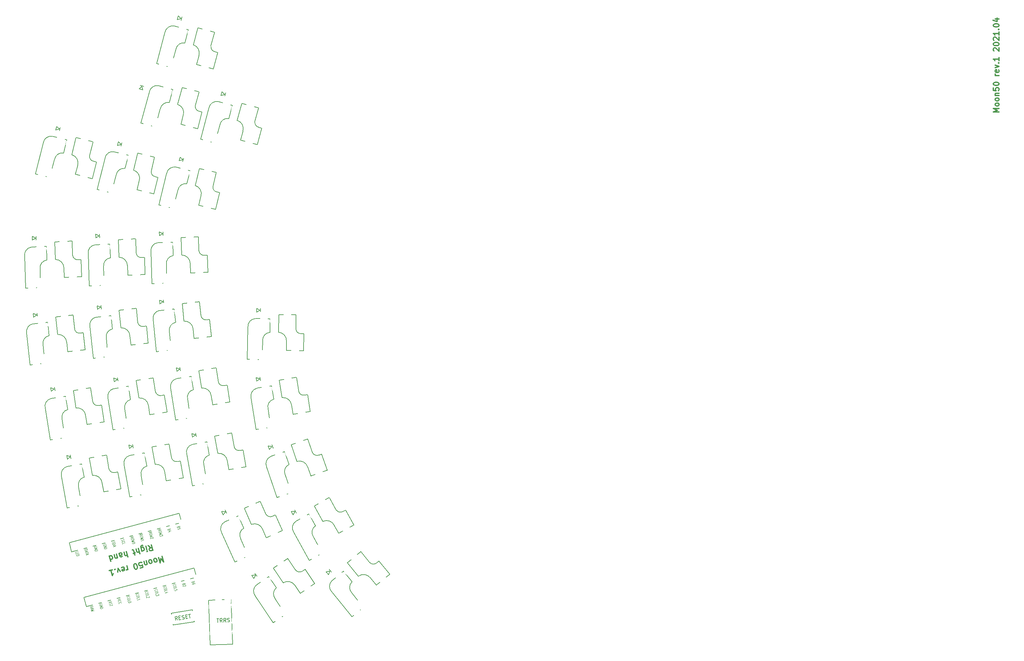
<source format=gto>
G04 #@! TF.GenerationSoftware,KiCad,Pcbnew,(5.1.5)-3*
G04 #@! TF.CreationDate,2021-04-25T01:53:19+09:00*
G04 #@! TF.ProjectId,moon50_pcb,6d6f6f6e-3530-45f7-9063-622e6b696361,rev?*
G04 #@! TF.SameCoordinates,Original*
G04 #@! TF.FileFunction,Legend,Top*
G04 #@! TF.FilePolarity,Positive*
%FSLAX46Y46*%
G04 Gerber Fmt 4.6, Leading zero omitted, Abs format (unit mm)*
G04 Created by KiCad (PCBNEW (5.1.5)-3) date 2021-04-25 01:53:19*
%MOMM*%
%LPD*%
G04 APERTURE LIST*
%ADD10C,0.300000*%
%ADD11C,0.150000*%
%ADD12C,0.125000*%
%ADD13C,0.100000*%
%ADD14C,3.102000*%
%ADD15C,4.102000*%
%ADD16C,2.002000*%
%ADD17C,1.802000*%
%ADD18C,5.702000*%
%ADD19C,1.802000*%
%ADD20C,1.302000*%
%ADD21C,1.626000*%
G04 APERTURE END LIST*
D10*
X279678571Y-43500000D02*
X278178571Y-43500000D01*
X279250000Y-43000000D01*
X278178571Y-42500000D01*
X279678571Y-42500000D01*
X279678571Y-41571428D02*
X279607142Y-41714285D01*
X279535714Y-41785714D01*
X279392857Y-41857142D01*
X278964285Y-41857142D01*
X278821428Y-41785714D01*
X278750000Y-41714285D01*
X278678571Y-41571428D01*
X278678571Y-41357142D01*
X278750000Y-41214285D01*
X278821428Y-41142857D01*
X278964285Y-41071428D01*
X279392857Y-41071428D01*
X279535714Y-41142857D01*
X279607142Y-41214285D01*
X279678571Y-41357142D01*
X279678571Y-41571428D01*
X279678571Y-40214285D02*
X279607142Y-40357142D01*
X279535714Y-40428571D01*
X279392857Y-40500000D01*
X278964285Y-40500000D01*
X278821428Y-40428571D01*
X278750000Y-40357142D01*
X278678571Y-40214285D01*
X278678571Y-40000000D01*
X278750000Y-39857142D01*
X278821428Y-39785714D01*
X278964285Y-39714285D01*
X279392857Y-39714285D01*
X279535714Y-39785714D01*
X279607142Y-39857142D01*
X279678571Y-40000000D01*
X279678571Y-40214285D01*
X278678571Y-39071428D02*
X279678571Y-39071428D01*
X278821428Y-39071428D02*
X278750000Y-39000000D01*
X278678571Y-38857142D01*
X278678571Y-38642857D01*
X278750000Y-38500000D01*
X278892857Y-38428571D01*
X279678571Y-38428571D01*
X278178571Y-37000000D02*
X278178571Y-37714285D01*
X278892857Y-37785714D01*
X278821428Y-37714285D01*
X278750000Y-37571428D01*
X278750000Y-37214285D01*
X278821428Y-37071428D01*
X278892857Y-37000000D01*
X279035714Y-36928571D01*
X279392857Y-36928571D01*
X279535714Y-37000000D01*
X279607142Y-37071428D01*
X279678571Y-37214285D01*
X279678571Y-37571428D01*
X279607142Y-37714285D01*
X279535714Y-37785714D01*
X278178571Y-36000000D02*
X278178571Y-35857142D01*
X278250000Y-35714285D01*
X278321428Y-35642857D01*
X278464285Y-35571428D01*
X278750000Y-35500000D01*
X279107142Y-35500000D01*
X279392857Y-35571428D01*
X279535714Y-35642857D01*
X279607142Y-35714285D01*
X279678571Y-35857142D01*
X279678571Y-36000000D01*
X279607142Y-36142857D01*
X279535714Y-36214285D01*
X279392857Y-36285714D01*
X279107142Y-36357142D01*
X278750000Y-36357142D01*
X278464285Y-36285714D01*
X278321428Y-36214285D01*
X278250000Y-36142857D01*
X278178571Y-36000000D01*
X279678571Y-33714285D02*
X278678571Y-33714285D01*
X278964285Y-33714285D02*
X278821428Y-33642857D01*
X278750000Y-33571428D01*
X278678571Y-33428571D01*
X278678571Y-33285714D01*
X279607142Y-32214285D02*
X279678571Y-32357142D01*
X279678571Y-32642857D01*
X279607142Y-32785714D01*
X279464285Y-32857142D01*
X278892857Y-32857142D01*
X278750000Y-32785714D01*
X278678571Y-32642857D01*
X278678571Y-32357142D01*
X278750000Y-32214285D01*
X278892857Y-32142857D01*
X279035714Y-32142857D01*
X279178571Y-32857142D01*
X278678571Y-31642857D02*
X279678571Y-31285714D01*
X278678571Y-30928571D01*
X279535714Y-30357142D02*
X279607142Y-30285714D01*
X279678571Y-30357142D01*
X279607142Y-30428571D01*
X279535714Y-30357142D01*
X279678571Y-30357142D01*
X279678571Y-28857142D02*
X279678571Y-29714285D01*
X279678571Y-29285714D02*
X278178571Y-29285714D01*
X278392857Y-29428571D01*
X278535714Y-29571428D01*
X278607142Y-29714285D01*
X278321428Y-27142857D02*
X278250000Y-27071428D01*
X278178571Y-26928571D01*
X278178571Y-26571428D01*
X278250000Y-26428571D01*
X278321428Y-26357142D01*
X278464285Y-26285714D01*
X278607142Y-26285714D01*
X278821428Y-26357142D01*
X279678571Y-27214285D01*
X279678571Y-26285714D01*
X278178571Y-25357142D02*
X278178571Y-25214285D01*
X278250000Y-25071428D01*
X278321428Y-25000000D01*
X278464285Y-24928571D01*
X278750000Y-24857142D01*
X279107142Y-24857142D01*
X279392857Y-24928571D01*
X279535714Y-25000000D01*
X279607142Y-25071428D01*
X279678571Y-25214285D01*
X279678571Y-25357142D01*
X279607142Y-25500000D01*
X279535714Y-25571428D01*
X279392857Y-25642857D01*
X279107142Y-25714285D01*
X278750000Y-25714285D01*
X278464285Y-25642857D01*
X278321428Y-25571428D01*
X278250000Y-25500000D01*
X278178571Y-25357142D01*
X278321428Y-24285714D02*
X278250000Y-24214285D01*
X278178571Y-24071428D01*
X278178571Y-23714285D01*
X278250000Y-23571428D01*
X278321428Y-23500000D01*
X278464285Y-23428571D01*
X278607142Y-23428571D01*
X278821428Y-23500000D01*
X279678571Y-24357142D01*
X279678571Y-23428571D01*
X279678571Y-22000000D02*
X279678571Y-22857142D01*
X279678571Y-22428571D02*
X278178571Y-22428571D01*
X278392857Y-22571428D01*
X278535714Y-22714285D01*
X278607142Y-22857142D01*
X279535714Y-21357142D02*
X279607142Y-21285714D01*
X279678571Y-21357142D01*
X279607142Y-21428571D01*
X279535714Y-21357142D01*
X279678571Y-21357142D01*
X278178571Y-20357142D02*
X278178571Y-20214285D01*
X278250000Y-20071428D01*
X278321428Y-20000000D01*
X278464285Y-19928571D01*
X278750000Y-19857142D01*
X279107142Y-19857142D01*
X279392857Y-19928571D01*
X279535714Y-20000000D01*
X279607142Y-20071428D01*
X279678571Y-20214285D01*
X279678571Y-20357142D01*
X279607142Y-20500000D01*
X279535714Y-20571428D01*
X279392857Y-20642857D01*
X279107142Y-20714285D01*
X278750000Y-20714285D01*
X278464285Y-20642857D01*
X278321428Y-20571428D01*
X278250000Y-20500000D01*
X278178571Y-20357142D01*
X278678571Y-18571428D02*
X279678571Y-18571428D01*
X278107142Y-18928571D02*
X279178571Y-19285714D01*
X279178571Y-18357142D01*
X52119504Y-159559698D02*
X52787338Y-160120236D01*
X52947440Y-159337853D02*
X53335669Y-160786742D01*
X52783711Y-160934639D01*
X52627235Y-160902618D01*
X52539753Y-160852110D01*
X52433784Y-160732608D01*
X52378323Y-160525624D01*
X52410344Y-160369147D01*
X52460851Y-160281666D01*
X52580354Y-160175697D01*
X53132311Y-160027800D01*
X51498552Y-159726082D02*
X51757371Y-160692008D01*
X51886780Y-161174971D02*
X51937288Y-161087489D01*
X51849806Y-161036981D01*
X51799299Y-161124463D01*
X51886780Y-161174971D01*
X51849806Y-161036981D01*
X50446471Y-161043262D02*
X50132191Y-159870352D01*
X50164212Y-159713876D01*
X50214719Y-159626394D01*
X50334222Y-159520425D01*
X50541206Y-159464964D01*
X50697682Y-159496984D01*
X50206139Y-160146331D02*
X50325642Y-160040362D01*
X50601621Y-159966414D01*
X50758097Y-159998434D01*
X50845579Y-160048942D01*
X50951548Y-160168444D01*
X51062470Y-160582413D01*
X51030450Y-160738889D01*
X50979942Y-160826371D01*
X50860440Y-160932340D01*
X50584461Y-161006288D01*
X50427984Y-160974267D01*
X49497705Y-160262207D02*
X49885934Y-161711096D01*
X48876753Y-160428591D02*
X49080111Y-161187532D01*
X49186080Y-161307035D01*
X49342556Y-161339055D01*
X49549540Y-161283594D01*
X49669043Y-161177625D01*
X49719550Y-161090143D01*
X48652609Y-161523926D02*
X48100652Y-161671823D01*
X48575035Y-162062350D02*
X48242267Y-160820446D01*
X48136298Y-160700943D01*
X47979822Y-160668923D01*
X47841833Y-160705897D01*
X46254954Y-161131099D02*
X46643183Y-162579988D01*
X45634002Y-161297483D02*
X45837360Y-162056425D01*
X45943329Y-162175927D01*
X46099805Y-162207948D01*
X46306789Y-162152487D01*
X46426292Y-162046518D01*
X46476799Y-161959036D01*
X44323103Y-161648738D02*
X44526461Y-162407679D01*
X44632429Y-162527182D01*
X44788906Y-162559202D01*
X45064885Y-162485254D01*
X45184387Y-162379285D01*
X44341590Y-161717732D02*
X44461092Y-161611763D01*
X44806066Y-161519328D01*
X44962542Y-161551349D01*
X45068511Y-161670851D01*
X45105485Y-161808840D01*
X45073465Y-161965317D01*
X44953962Y-162071286D01*
X44608989Y-162163721D01*
X44489486Y-162269690D01*
X43891975Y-162799534D02*
X43633156Y-161833608D01*
X43855001Y-162661545D02*
X43804493Y-162749027D01*
X43684991Y-162854995D01*
X43478007Y-162910457D01*
X43321530Y-162878436D01*
X43215561Y-162758934D01*
X43012203Y-161999992D01*
X41701304Y-162351246D02*
X42089533Y-163800135D01*
X41719791Y-162420241D02*
X41839293Y-162314272D01*
X42115272Y-162240324D01*
X42271749Y-162272345D01*
X42359231Y-162322852D01*
X42465199Y-162442354D01*
X42576122Y-162856323D01*
X42544101Y-163012799D01*
X42493594Y-163100281D01*
X42374091Y-163206250D01*
X42098113Y-163280198D01*
X41941636Y-163248178D01*
X55861832Y-162458868D02*
X56250060Y-163907757D01*
X55489791Y-163002246D01*
X55284135Y-164166576D01*
X54895906Y-162717687D01*
X53998975Y-162958019D02*
X54155451Y-162990040D01*
X54242933Y-163040547D01*
X54348902Y-163160050D01*
X54459824Y-163574018D01*
X54427804Y-163730494D01*
X54377296Y-163817976D01*
X54257794Y-163923945D01*
X54050810Y-163979406D01*
X53894333Y-163947386D01*
X53806852Y-163896878D01*
X53700883Y-163777376D01*
X53589960Y-163363408D01*
X53621981Y-163206931D01*
X53672488Y-163119449D01*
X53791991Y-163013480D01*
X53998975Y-162958019D01*
X52688076Y-163309274D02*
X52844552Y-163341294D01*
X52932034Y-163391802D01*
X53038003Y-163511304D01*
X53148925Y-163925272D01*
X53116905Y-164081749D01*
X53066397Y-164169231D01*
X52946895Y-164275199D01*
X52739911Y-164330661D01*
X52583434Y-164298640D01*
X52495952Y-164248133D01*
X52389983Y-164128630D01*
X52279061Y-163714662D01*
X52311082Y-163558186D01*
X52361589Y-163470704D01*
X52481091Y-163364735D01*
X52688076Y-163309274D01*
X51842979Y-164570993D02*
X51584160Y-163605067D01*
X51806005Y-164433003D02*
X51755498Y-164520485D01*
X51635995Y-164626454D01*
X51429011Y-164681915D01*
X51272535Y-164649895D01*
X51166566Y-164530392D01*
X50963208Y-163771451D01*
X49971543Y-165590081D02*
X50661490Y-165405210D01*
X50545614Y-164696776D01*
X50495106Y-164784258D01*
X50375604Y-164890227D01*
X50030630Y-164982662D01*
X49874154Y-164950641D01*
X49786672Y-164900134D01*
X49680703Y-164780631D01*
X49588268Y-164435658D01*
X49620288Y-164279181D01*
X49670796Y-164191700D01*
X49790298Y-164085731D01*
X50135272Y-163993295D01*
X50291748Y-164025316D01*
X50379230Y-164075824D01*
X49005617Y-165848900D02*
X48867627Y-165885874D01*
X48711151Y-165853853D01*
X48623669Y-165803346D01*
X48517700Y-165683843D01*
X48374757Y-165426352D01*
X48282322Y-165081378D01*
X48277368Y-164786912D01*
X48309389Y-164630436D01*
X48359896Y-164542954D01*
X48479399Y-164436985D01*
X48617388Y-164400011D01*
X48773865Y-164432032D01*
X48861346Y-164482539D01*
X48967315Y-164602042D01*
X49110258Y-164859533D01*
X49202694Y-165204507D01*
X49207647Y-165498973D01*
X49175627Y-165655449D01*
X49125119Y-165742931D01*
X49005617Y-165848900D01*
X46409558Y-164991597D02*
X46668377Y-165957523D01*
X46594428Y-165681544D02*
X46562408Y-165838021D01*
X46511900Y-165925503D01*
X46392398Y-166031472D01*
X46254409Y-166068446D01*
X44979156Y-165448821D02*
X45098658Y-165342852D01*
X45374637Y-165268904D01*
X45531114Y-165300924D01*
X45637083Y-165420426D01*
X45784979Y-165972384D01*
X45752959Y-166128861D01*
X45633456Y-166234829D01*
X45357477Y-166308778D01*
X45201001Y-166276757D01*
X45095032Y-166157255D01*
X45058058Y-166019265D01*
X45711031Y-165696405D01*
X44667530Y-166493648D02*
X44063738Y-165620158D01*
X43977583Y-166678519D01*
X43203781Y-165998479D02*
X43116299Y-165947972D01*
X43166807Y-165860490D01*
X43254289Y-165910998D01*
X43203781Y-165998479D01*
X43166807Y-165860490D01*
X41717918Y-166248719D02*
X42545854Y-166026874D01*
X42131886Y-166137796D02*
X42520115Y-167586685D01*
X42602643Y-167342727D01*
X42703658Y-167167763D01*
X42823161Y-167061794D01*
D11*
X34354128Y-137665554D02*
X34980998Y-141220710D01*
X30460199Y-138352159D02*
X34345265Y-137667117D01*
X30428649Y-149425872D02*
X28930934Y-140931906D01*
X34277278Y-148747255D02*
X30428649Y-149425872D01*
X34322579Y-148739268D02*
X33490957Y-143758001D01*
X30393172Y-138375148D02*
G75*
G03X28930934Y-140931906I547260J-2009498D01*
G01*
X34958231Y-141229802D02*
G75*
G03X33499237Y-143781926I546565J-2005559D01*
G01*
X44790863Y-144329474D02*
X44000764Y-139848599D01*
X40211507Y-145136938D02*
X39768704Y-142625679D01*
X37202737Y-140742647D02*
X36386590Y-136114050D01*
X41621468Y-139024236D02*
X40965946Y-135306586D01*
X40240469Y-145157217D02*
X44770584Y-144358436D01*
X36411210Y-136109709D02*
X40936985Y-135286307D01*
X37228225Y-140743230D02*
G75*
G02X39776804Y-142700407I295701J-2252878D01*
G01*
X43236670Y-139978253D02*
G75*
G02X41626392Y-139023367I-327696J1282582D01*
G01*
X43285910Y-139969570D02*
X43975276Y-139848016D01*
X44875337Y-52146610D02*
X43881110Y-52414028D01*
X43881110Y-52414028D02*
X44123032Y-51443732D01*
X44123032Y-51443732D02*
X44875337Y-52146610D01*
X44851406Y-52655950D02*
X45093328Y-51685654D01*
X39001030Y-76622087D02*
X38119028Y-77153192D01*
X38119028Y-77153192D02*
X38084129Y-76153801D01*
X38084129Y-76153801D02*
X39001030Y-76622087D01*
X39118419Y-77118293D02*
X39083520Y-76118902D01*
X28380308Y-48033935D02*
X27386081Y-48301353D01*
X27386081Y-48301353D02*
X27628003Y-47331057D01*
X27628003Y-47331057D02*
X28380308Y-48033935D01*
X28356377Y-48543275D02*
X28598299Y-47572979D01*
X84735641Y-98849582D02*
X84672638Y-102459032D01*
X80782243Y-98780575D02*
X84726643Y-98849425D01*
X78638310Y-109644813D02*
X78788837Y-101021126D01*
X82545715Y-109713017D02*
X78638310Y-109644813D01*
X82591708Y-109713820D02*
X82725835Y-104665392D01*
X80712063Y-98790352D02*
G75*
G03X78788837Y-101021126I153774J-2077000D01*
G01*
X84648554Y-102463612D02*
G75*
G03X82729398Y-104690458I153845J-2073001D01*
G01*
X93709088Y-107382490D02*
X93788497Y-102833183D01*
X89059796Y-107301336D02*
X89104300Y-104751724D01*
X86944776Y-102413679D02*
X87026802Y-97714395D01*
X91610211Y-101569974D02*
X91676094Y-97795549D01*
X89084356Y-107326768D02*
X93683656Y-107407049D01*
X87051798Y-97714831D02*
X91651534Y-97770116D01*
X86969685Y-102419115D02*
G75*
G02X89097992Y-104826626I-139602J-2267909D01*
G01*
X93013702Y-102814657D02*
G75*
G02X91615210Y-101570061I-76948J1321544D01*
G01*
X93063694Y-102815530D02*
X93763588Y-102827747D01*
X43857027Y-115049613D02*
X43046325Y-115684248D01*
X43046325Y-115684248D02*
X42889891Y-114696560D01*
X42889891Y-114696560D02*
X43857027Y-115049613D01*
X44034013Y-115527814D02*
X43877579Y-114540126D01*
X60896423Y-18463062D02*
X59897681Y-18713087D01*
X59897681Y-18713087D02*
X60156500Y-17747162D01*
X60156500Y-17747162D02*
X60896423Y-18463062D01*
X60863606Y-18971906D02*
X61122425Y-18005981D01*
X31274451Y-135771561D02*
X30474948Y-136420248D01*
X30474948Y-136420248D02*
X30301300Y-135435440D01*
X30301300Y-135435440D02*
X31274451Y-135771561D01*
X31459756Y-136246600D02*
X31286108Y-135261792D01*
X51095859Y-134713534D02*
X51722729Y-138268690D01*
X47201930Y-135400139D02*
X51086996Y-134715097D01*
X47170380Y-146473852D02*
X45672665Y-137979886D01*
X51019009Y-145795235D02*
X47170380Y-146473852D01*
X51064310Y-145787248D02*
X50232688Y-140805981D01*
X47134903Y-135423128D02*
G75*
G03X45672665Y-137979886I547260J-2009498D01*
G01*
X51699962Y-138277782D02*
G75*
G03X50240968Y-140829906I546565J-2005559D01*
G01*
X61532594Y-141377454D02*
X60742495Y-136896579D01*
X56953238Y-142184918D02*
X56510435Y-139673659D01*
X53944468Y-137790627D02*
X53128321Y-133162030D01*
X58363199Y-136072216D02*
X57707677Y-132354566D01*
X56982200Y-142205197D02*
X61512315Y-141406416D01*
X53152941Y-133157689D02*
X57678716Y-132334287D01*
X53969956Y-137791210D02*
G75*
G02X56518535Y-139748387I295701J-2252878D01*
G01*
X59978401Y-137026233D02*
G75*
G02X58368123Y-136071347I-327696J1282582D01*
G01*
X60027641Y-137017550D02*
X60717007Y-136895996D01*
X72802050Y-150490773D02*
X72183228Y-151313609D01*
X72183228Y-151313609D02*
X71776491Y-150400064D01*
X71776491Y-150400064D02*
X72802050Y-150490773D01*
X73096773Y-150906872D02*
X72690036Y-149993327D01*
X104361302Y-166427308D02*
X106633148Y-169232805D01*
X101288467Y-168915641D02*
X104354308Y-166432972D01*
X106629516Y-178616224D02*
X101201627Y-171913340D01*
X109666602Y-176156839D02*
X106629516Y-178616224D01*
X109702351Y-176127891D02*
X106560032Y-172174355D01*
X101240988Y-168968241D02*
G75*
G03X101201627Y-171913340I1452869J-1492230D01*
G01*
X106617643Y-169251794D02*
G75*
G03X106578873Y-172191266I1450351J-1489121D01*
G01*
X116720208Y-167195874D02*
X113856801Y-163659860D01*
X113106480Y-170122214D02*
X111501713Y-168140491D01*
X108344555Y-167737561D02*
X105386749Y-164084975D01*
X111376162Y-164092361D02*
X109000478Y-161158635D01*
X113141641Y-170125909D02*
X116716513Y-167231036D01*
X105406178Y-164069242D02*
X108965316Y-161154939D01*
X108367130Y-167725714D02*
G75*
G02X111545026Y-168201924I1350843J-1827053D01*
G01*
X113251365Y-164143697D02*
G75*
G02X111380048Y-164089214I-908417J962900D01*
G01*
X113290223Y-164112231D02*
X113834225Y-163671707D01*
X72597175Y-38791432D02*
X71598433Y-39041457D01*
X71598433Y-39041457D02*
X71857252Y-38075532D01*
X71857252Y-38075532D02*
X72597175Y-38791432D01*
X72564358Y-39300276D02*
X72823177Y-38334351D01*
X76222040Y-151573328D02*
X77690359Y-154871227D01*
X72609881Y-153181564D02*
X76213818Y-151576988D01*
X75258243Y-163933973D02*
X71750139Y-156054644D01*
X78828378Y-162344447D02*
X75258243Y-163933973D01*
X78870401Y-162325737D02*
X76858404Y-157693622D01*
X72550406Y-153220085D02*
G75*
G03X71750139Y-156054644I1017146J-1817413D01*
G01*
X77670467Y-154885556D02*
G75*
G03X76872227Y-157714834I1015519J-1813759D01*
G01*
X87960907Y-155514426D02*
X86110256Y-151357794D01*
X83712921Y-157405751D02*
X82675742Y-155076211D01*
X79730448Y-153869877D02*
X77818786Y-149576213D01*
X83602203Y-151133522D02*
X82066772Y-147684888D01*
X83745928Y-157418422D02*
X87948237Y-155547433D01*
X77841625Y-149566044D02*
X82033765Y-147672217D01*
X79755320Y-153864276D02*
G75*
G02X82701680Y-155146760I831938J-2114422D01*
G01*
X85400224Y-151668447D02*
G75*
G02X83606771Y-151131488I-628247J1165206D01*
G01*
X85445901Y-151648111D02*
X86085383Y-151363395D01*
X64757915Y-129867521D02*
X63958412Y-130516208D01*
X63958412Y-130516208D02*
X63784764Y-129531400D01*
X63784764Y-129531400D02*
X64757915Y-129867521D01*
X64943220Y-130342560D02*
X64769572Y-129357752D01*
X26993591Y-117610348D02*
X26182889Y-118244983D01*
X26182889Y-118244983D02*
X26026455Y-117257295D01*
X26026455Y-117257295D02*
X26993591Y-117610348D01*
X27170577Y-118088549D02*
X27014143Y-117100861D01*
X100737858Y-166355272D02*
X100353087Y-167310233D01*
X100353087Y-167310233D02*
X99723767Y-166533087D01*
X99723767Y-166533087D02*
X100737858Y-166355272D01*
X101130233Y-166680913D02*
X100500913Y-165903767D01*
X50443260Y-36563875D02*
X50693285Y-37562617D01*
X50693285Y-37562617D02*
X49727360Y-37303798D01*
X49727360Y-37303798D02*
X50443260Y-36563875D01*
X50952104Y-36596692D02*
X49986179Y-36337873D01*
X74265388Y-173950927D02*
X74684181Y-185943617D01*
X68269043Y-174160324D02*
X74265388Y-173950927D01*
X68687837Y-186153013D02*
X68269043Y-174160324D01*
X74684181Y-185943617D02*
X68687837Y-186153013D01*
X22011387Y-77215377D02*
X21129385Y-77746482D01*
X21129385Y-77746482D02*
X21094486Y-76747091D01*
X21094486Y-76747091D02*
X22011387Y-77215377D01*
X22128776Y-77711583D02*
X22093877Y-76712192D01*
X39417718Y-95737810D02*
X38574912Y-96329146D01*
X38574912Y-96329146D02*
X38470384Y-95334624D01*
X38470384Y-95334624D02*
X39417718Y-95737810D01*
X39569434Y-96224618D02*
X39464906Y-95230096D01*
X22313211Y-97786939D02*
X21470405Y-98378275D01*
X21470405Y-98378275D02*
X21365877Y-97383753D01*
X21365877Y-97383753D02*
X22313211Y-97786939D01*
X22464927Y-98273747D02*
X22360399Y-97279225D01*
X88632610Y-134404619D02*
X89807911Y-137817941D01*
X84894029Y-135691915D02*
X88624100Y-134407549D01*
X86595179Y-146634228D02*
X83787153Y-138479130D01*
X90290265Y-145361908D02*
X86595179Y-146634228D01*
X90333759Y-145346931D02*
X88733134Y-140557086D01*
X84831424Y-135725105D02*
G75*
G03X83787153Y-138479130I854877J-1899148D01*
G01*
X89786847Y-137830482D02*
G75*
G03X88745055Y-140579422I853574J-1895366D01*
G01*
X99983318Y-139353830D02*
X98501983Y-135051720D01*
X95586656Y-140867722D02*
X94756458Y-138456649D01*
X91927510Y-136998206D02*
X90397340Y-132554269D01*
X96023021Y-134609710D02*
X94794001Y-131040377D01*
X95618434Y-140883220D02*
X99967819Y-139385607D01*
X90420978Y-132546130D02*
X94762224Y-131024878D01*
X91952776Y-136994795D02*
G75*
G02X94776148Y-138529191I644488J-2178884D01*
G01*
X97767578Y-135299308D02*
G75*
G02X96027748Y-134608082I-524302J1215528D01*
G01*
X97814854Y-135283029D02*
X98476717Y-135055132D01*
X42169322Y-97962375D02*
X42546670Y-101552599D01*
X38236982Y-98375680D02*
X42160371Y-97963316D01*
X37433047Y-109420218D02*
X36531489Y-100842466D01*
X41319638Y-109011721D02*
X37433047Y-109420218D01*
X41365386Y-109006912D02*
X40883265Y-103979768D01*
X38168516Y-98393937D02*
G75*
G03X36531489Y-100842466I405751J-2042778D01*
G01*
X42523324Y-101560080D02*
G75*
G03X40889857Y-104004213I405333J-2038800D01*
G01*
X52115782Y-105338092D02*
X51640177Y-100813017D01*
X47491255Y-105824149D02*
X47224707Y-103288118D01*
X44796344Y-101230680D02*
X44305060Y-96556428D01*
X49324182Y-99824690D02*
X48929587Y-96070370D01*
X47518731Y-105846399D02*
X52093532Y-105365568D01*
X44329923Y-96553814D02*
X48902111Y-96048120D01*
X44821730Y-101233040D02*
G75*
G02X47227574Y-103363230I137827J-2268017D01*
G01*
X50868900Y-100889054D02*
G75*
G02X49329154Y-99824168I-237430J1302316D01*
G01*
X50918626Y-100883828D02*
X51614792Y-100810658D01*
X91413799Y-150437291D02*
X90869046Y-151310930D01*
X90869046Y-151310930D02*
X90384236Y-150436310D01*
X90384236Y-150436310D02*
X91413799Y-150437291D01*
X91743666Y-150826120D02*
X91258856Y-149951500D01*
X60574994Y-112291580D02*
X59764292Y-112926215D01*
X59764292Y-112926215D02*
X59607858Y-111938527D01*
X59607858Y-111938527D02*
X60574994Y-112291580D01*
X60751980Y-112769781D02*
X60595546Y-111782093D01*
X62887121Y-21481132D02*
X61952784Y-24968124D01*
X59067850Y-20457761D02*
X62878427Y-21478802D01*
X54359303Y-30480620D02*
X56591618Y-22149510D01*
X58134141Y-31492085D02*
X54359303Y-30480620D01*
X58178574Y-31503991D02*
X59530043Y-26637971D01*
X58997388Y-20450270D02*
G75*
G03X56591618Y-22149510I-353265J-2052505D01*
G01*
X61928308Y-24966742D02*
G75*
G03X59527436Y-26663154I-352230J-2048642D01*
G01*
X69529721Y-31931449D02*
X70707347Y-27536486D01*
X65038166Y-30727940D02*
X65698154Y-28264829D01*
X64168401Y-25473798D02*
X65384851Y-20933947D01*
X68899364Y-25783825D02*
X69876406Y-22137455D01*
X65055843Y-30758559D02*
X69499102Y-31949127D01*
X65408999Y-20940417D02*
X69858728Y-22106837D01*
X64191255Y-25485098D02*
G75*
G02X65673913Y-28335980I-684112J-2166770D01*
G01*
X69960048Y-27331072D02*
G75*
G02X68904193Y-25785119I245049J1300904D01*
G01*
X70008345Y-27344013D02*
X70684493Y-27525186D01*
X58679366Y-78305421D02*
X58805353Y-81913222D01*
X54727775Y-78443414D02*
X58670371Y-78305735D01*
X53155369Y-89404967D02*
X52854361Y-80785221D01*
X57060989Y-89268580D02*
X53155369Y-89404967D01*
X57106961Y-89266975D02*
X56976690Y-84218445D01*
X54658201Y-78456849D02*
G75*
G03X52854361Y-80785221I262266J-2066106D01*
G01*
X58781541Y-81919056D02*
G75*
G03X56981560Y-84243291I262127J-2062108D01*
G01*
X68087093Y-86357001D02*
X67928300Y-81809773D01*
X63439926Y-86519283D02*
X63350932Y-83970837D01*
X61072003Y-81749017D02*
X60907976Y-77051880D01*
X65686888Y-80662298D02*
X65555143Y-76889597D01*
X63465783Y-86543396D02*
X68062981Y-86382858D01*
X60932960Y-77051007D02*
X65529286Y-76865485D01*
X61097163Y-81753141D02*
G75*
G02X63348552Y-84045966I-20718J-2272107D01*
G01*
X67153597Y-81831823D02*
G75*
G02X65691885Y-80662123I-146006J1315706D01*
G01*
X67203567Y-81830078D02*
X67903141Y-81805648D01*
X95099603Y-151098571D02*
X96849766Y-154255948D01*
X91641357Y-153015508D02*
X95091731Y-151102934D01*
X95216775Y-163496181D02*
X91035292Y-155952586D01*
X98634789Y-161601545D02*
X95216775Y-163496181D01*
X98675021Y-161579244D02*
X96266965Y-157140113D01*
X91585466Y-153059066D02*
G75*
G03X91035292Y-155952586I1171673J-1721847D01*
G01*
X96831199Y-154271957D02*
G75*
G03X96282584Y-157160040I1169734J-1718349D01*
G01*
X107137290Y-154001563D02*
X104931406Y-150022043D01*
X103070308Y-156255927D02*
X101834044Y-154025647D01*
X98794818Y-153080603D02*
X96516213Y-148969890D01*
X102413351Y-150017215D02*
X100583195Y-146715526D01*
X103104294Y-156265673D02*
X107127545Y-154035548D01*
X96538079Y-148957770D02*
X100549209Y-146705780D01*
X98819108Y-153072857D02*
G75*
G02X101866031Y-154093668I1013056J-2033867D01*
G01*
X104251152Y-150393397D02*
G75*
G02X102417724Y-150014791I-727411J1106017D01*
G01*
X104294883Y-150369157D02*
X104907117Y-150029790D01*
X46830443Y-116898417D02*
X47395171Y-120463972D01*
X42925123Y-117516959D02*
X46821554Y-116899825D01*
X42700316Y-128588435D02*
X41351069Y-120069623D01*
X46560202Y-127977089D02*
X42700316Y-128588435D01*
X46605636Y-127969893D02*
X45861075Y-122974871D01*
X42857706Y-117538774D02*
G75*
G03X41351069Y-120069623I512106J-2018743D01*
G01*
X47372248Y-120472665D02*
G75*
G03X45868937Y-122998938I511481J-2014792D01*
G01*
X57149287Y-123743468D02*
X56437510Y-119249487D01*
X52556536Y-124470889D02*
X52157628Y-121952283D01*
X49624915Y-120024756D02*
X48889673Y-115382621D01*
X54072964Y-118383724D02*
X53482424Y-114655201D01*
X52585139Y-124491670D02*
X57128506Y-123772072D01*
X48914365Y-115378710D02*
X53453820Y-114634419D01*
X49650389Y-120025785D02*
G75*
G02X52164422Y-122027142I256338J-2257695D01*
G01*
X55671269Y-119365785D02*
G75*
G02X54077902Y-118382942I-305262J1288105D01*
G01*
X55720654Y-119357963D02*
X56412036Y-119248459D01*
X55990675Y-76028794D02*
X55108673Y-76559899D01*
X55108673Y-76559899D02*
X55073774Y-75560508D01*
X55073774Y-75560508D02*
X55990675Y-76028794D01*
X56108064Y-76525000D02*
X56073165Y-75525609D01*
X74650975Y-41715302D02*
X73716638Y-45202294D01*
X70831704Y-40691931D02*
X74642281Y-41712972D01*
X66123157Y-50714790D02*
X68355472Y-42383680D01*
X69897995Y-51726255D02*
X66123157Y-50714790D01*
X69942428Y-51738161D02*
X71293897Y-46872141D01*
X70761242Y-40684440D02*
G75*
G03X68355472Y-42383680I-353265J-2052505D01*
G01*
X73692162Y-45200912D02*
G75*
G03X71291290Y-46897324I-352230J-2048642D01*
G01*
X81293575Y-52165619D02*
X82471201Y-47770656D01*
X76802020Y-50962110D02*
X77462008Y-48498999D01*
X75932255Y-45707968D02*
X77148705Y-41168117D01*
X80663218Y-46017995D02*
X81640260Y-42371625D01*
X76819697Y-50992729D02*
X81262956Y-52183297D01*
X77172853Y-41174587D02*
X81622582Y-42341007D01*
X75955109Y-45719268D02*
G75*
G02X77437767Y-48570150I-684112J-2166770D01*
G01*
X81723902Y-47565242D02*
G75*
G02X80668047Y-46019289I245049J1300904D01*
G01*
X81772199Y-47578183D02*
X82448347Y-47759356D01*
X63328498Y-59169437D02*
X62455160Y-62672205D01*
X59491948Y-58212878D02*
X63319765Y-59167260D01*
X54959042Y-68316386D02*
X57045618Y-59947585D01*
X58750957Y-69261817D02*
X54959042Y-68316386D01*
X58795591Y-69272945D02*
X60061930Y-64384080D01*
X59421367Y-58206616D02*
G75*
G03X57045618Y-59947585I-317390J-2058359D01*
G01*
X62430663Y-62671249D02*
G75*
G03X60059763Y-64409305I-316422J-2054478D01*
G01*
X70152469Y-69502233D02*
X71253214Y-65087388D01*
X65640594Y-68377297D02*
X66257495Y-65903042D01*
X64679265Y-63139134D02*
X65816297Y-58578744D01*
X69414917Y-63366547D02*
X70328173Y-59703681D01*
X65658803Y-68407602D02*
X70122164Y-69520443D01*
X65840555Y-58584792D02*
X70309963Y-59673376D01*
X64702312Y-63150034D02*
G75*
G02X66234499Y-65974605I-646192J-2178379D01*
G01*
X70502444Y-64895046D02*
G75*
G02X69419769Y-63367757I222307J1304982D01*
G01*
X70550959Y-64907143D02*
X71230166Y-65076488D01*
X25262446Y-99739356D02*
X25639794Y-103329580D01*
X21330106Y-100152661D02*
X25253495Y-99740297D01*
X20526171Y-111197199D02*
X19624613Y-102619447D01*
X24412762Y-110788702D02*
X20526171Y-111197199D01*
X24458510Y-110783893D02*
X23976389Y-105756749D01*
X21261640Y-100170918D02*
G75*
G03X19624613Y-102619447I405751J-2042778D01*
G01*
X25616448Y-103337061D02*
G75*
G03X23982981Y-105781194I405333J-2038800D01*
G01*
X35208906Y-107115073D02*
X34733301Y-102589998D01*
X30584379Y-107601130D02*
X30317831Y-105065099D01*
X27889468Y-103007661D02*
X27398184Y-98333409D01*
X32417306Y-101601671D02*
X32022711Y-97847351D01*
X30611855Y-107623380D02*
X35186656Y-107142549D01*
X27423047Y-98330795D02*
X31995235Y-97825101D01*
X27914854Y-103010021D02*
G75*
G02X30320698Y-105140211I137827J-2268017D01*
G01*
X33962024Y-102666035D02*
G75*
G02X32422278Y-101601149I-237430J1302316D01*
G01*
X34011750Y-102660809D02*
X34707916Y-102587639D01*
X59076194Y-96185391D02*
X59453542Y-99775615D01*
X55143854Y-96598696D02*
X59067243Y-96186332D01*
X54339919Y-107643234D02*
X53438361Y-99065482D01*
X58226510Y-107234737D02*
X54339919Y-107643234D01*
X58272258Y-107229928D02*
X57790137Y-102202784D01*
X55075388Y-96616953D02*
G75*
G03X53438361Y-99065482I405751J-2042778D01*
G01*
X59430196Y-99783096D02*
G75*
G03X57796729Y-102227229I405333J-2038800D01*
G01*
X69022654Y-103561108D02*
X68547049Y-99036033D01*
X64398127Y-104047165D02*
X64131579Y-101511134D01*
X61703216Y-99453696D02*
X61211932Y-94779444D01*
X66231054Y-98047706D02*
X65836459Y-94293386D01*
X64425603Y-104069415D02*
X69000404Y-103588584D01*
X61236795Y-94776830D02*
X65808983Y-94271136D01*
X61728602Y-99456056D02*
G75*
G02X64134446Y-101586246I137827J-2268017D01*
G01*
X67775772Y-99112070D02*
G75*
G02X66236026Y-98047184I-237430J1302316D01*
G01*
X67825498Y-99106844D02*
X68521664Y-99033674D01*
X35581972Y-175915994D02*
X34924572Y-173462542D01*
X34924572Y-173462542D02*
X64365991Y-165573738D01*
X64365991Y-165573738D02*
X65023391Y-168027189D01*
X65023391Y-168027189D02*
X35581972Y-175915994D01*
X31642746Y-161214603D02*
X30985346Y-158761151D01*
X30985346Y-158761151D02*
X60426765Y-150872347D01*
X60426765Y-150872347D02*
X61084165Y-153325798D01*
X61084165Y-153325798D02*
X31642746Y-161214603D01*
X41886034Y-78892786D02*
X42012021Y-82500587D01*
X37934443Y-79030779D02*
X41877039Y-78893100D01*
X36362037Y-89992332D02*
X36061029Y-81372586D01*
X40267657Y-89855945D02*
X36362037Y-89992332D01*
X40313629Y-89854340D02*
X40183358Y-84805810D01*
X37864869Y-79044214D02*
G75*
G03X36061029Y-81372586I262266J-2066106D01*
G01*
X41988209Y-82506421D02*
G75*
G03X40188228Y-84830656I262127J-2062108D01*
G01*
X51293761Y-86944366D02*
X51134968Y-82397138D01*
X46646594Y-87106648D02*
X46557600Y-84558202D01*
X44278671Y-82336382D02*
X44114644Y-77639245D01*
X48893556Y-81249663D02*
X48761811Y-77476962D01*
X46672451Y-87130761D02*
X51269649Y-86970223D01*
X44139628Y-77638372D02*
X48735954Y-77452850D01*
X44303831Y-82340506D02*
G75*
G02X46555220Y-84633331I-20718J-2272107D01*
G01*
X50360265Y-82419188D02*
G75*
G02X48898553Y-81249488I-146006J1315706D01*
G01*
X50410235Y-82417443D02*
X51109809Y-82393013D01*
X61370364Y-56259279D02*
X60376137Y-56526697D01*
X60376137Y-56526697D02*
X60618059Y-55556401D01*
X60618059Y-55556401D02*
X61370364Y-56259279D01*
X61346433Y-56768619D02*
X61588355Y-55798323D01*
X85125969Y-116796422D02*
X85690697Y-120361977D01*
X81220649Y-117414964D02*
X85117080Y-116797830D01*
X80995842Y-128486440D02*
X79646595Y-119967628D01*
X84855728Y-127875094D02*
X80995842Y-128486440D01*
X84901162Y-127867898D02*
X84156601Y-122872876D01*
X81153232Y-117436779D02*
G75*
G03X79646595Y-119967628I512106J-2018743D01*
G01*
X85667774Y-120370670D02*
G75*
G03X84164463Y-122896943I511481J-2014792D01*
G01*
X95444813Y-123641473D02*
X94733036Y-119147492D01*
X90852062Y-124368894D02*
X90453154Y-121850288D01*
X87920441Y-119922761D02*
X87185199Y-115280626D01*
X92368490Y-118281729D02*
X91777950Y-114553206D01*
X90880665Y-124389675D02*
X95424032Y-123670077D01*
X87209891Y-115276715D02*
X91749346Y-114532424D01*
X87945915Y-119923790D02*
G75*
G02X90459948Y-121925147I256338J-2257695D01*
G01*
X93966795Y-119263790D02*
G75*
G02X92373428Y-118280947I-305262J1288105D01*
G01*
X94016180Y-119255968D02*
X94707562Y-119146464D01*
X84382635Y-167838004D02*
X86401321Y-170830829D01*
X81104620Y-170049052D02*
X84375173Y-167843036D01*
X85579883Y-180178225D02*
X80756845Y-173027776D01*
X88819762Y-177992899D02*
X85579883Y-180178225D01*
X88857898Y-177967176D02*
X86072109Y-173754814D01*
X81052739Y-170097316D02*
G75*
G03X80756845Y-173027776I1317283J-1613177D01*
G01*
X86384220Y-170848394D02*
G75*
G03X86089405Y-173773303I1315047J-1609862D01*
G01*
X96627527Y-169680795D02*
X94083199Y-165908674D01*
X92772502Y-172281042D02*
X91346560Y-170166996D01*
X88236534Y-169490434D02*
X85608327Y-165593957D01*
X91574305Y-166123327D02*
X89463352Y-162993710D01*
X92807208Y-172287788D02*
X96620781Y-169715501D01*
X85629053Y-165579978D02*
X89428646Y-162986964D01*
X88260056Y-169480599D02*
G75*
G02X91384355Y-170231970I1186464J-1937835D01*
G01*
X93437899Y-166337904D02*
G75*
G02X91578450Y-166120531I-821038J1038411D01*
G01*
X93479351Y-166309944D02*
X94059677Y-165918509D01*
X67837590Y-131761517D02*
X68464460Y-135316673D01*
X63943661Y-132448122D02*
X67828727Y-131763080D01*
X63912111Y-143521835D02*
X62414396Y-135027869D01*
X67760740Y-142843218D02*
X63912111Y-143521835D01*
X67806041Y-142835231D02*
X66974419Y-137853964D01*
X63876634Y-132471111D02*
G75*
G03X62414396Y-135027869I547260J-2009498D01*
G01*
X68441693Y-135325765D02*
G75*
G03X66982699Y-137877889I546565J-2005559D01*
G01*
X78274325Y-138425437D02*
X77484226Y-133944562D01*
X73694969Y-139232901D02*
X73252166Y-136721642D01*
X70686199Y-134838610D02*
X69870052Y-130210013D01*
X75104930Y-133120199D02*
X74449408Y-129402549D01*
X73723931Y-139253180D02*
X78254046Y-138454399D01*
X69894672Y-130205672D02*
X74420447Y-129382270D01*
X70711687Y-134839193D02*
G75*
G02X73260266Y-136796370I295701J-2252878D01*
G01*
X76720132Y-134074216D02*
G75*
G02X75109854Y-133119330I-327696J1282582D01*
G01*
X76769372Y-134065533D02*
X77458738Y-133943979D01*
X58713202Y-37444790D02*
X57778865Y-40931782D01*
X54893931Y-36421419D02*
X58704508Y-37442460D01*
X50185384Y-46444278D02*
X52417699Y-38113168D01*
X53960222Y-47455743D02*
X50185384Y-46444278D01*
X54004655Y-47467649D02*
X55356124Y-42601629D01*
X54823469Y-36413928D02*
G75*
G03X52417699Y-38113168I-353265J-2052505D01*
G01*
X57754389Y-40930400D02*
G75*
G03X55353517Y-42626812I-352230J-2048642D01*
G01*
X65355802Y-47895107D02*
X66533428Y-43500144D01*
X60864247Y-46691598D02*
X61524235Y-44228487D01*
X59994482Y-41437456D02*
X61210932Y-36897605D01*
X64725445Y-41747483D02*
X65702487Y-38101113D01*
X60881924Y-46722217D02*
X65325183Y-47912785D01*
X61235080Y-36904075D02*
X65684809Y-38070495D01*
X60017336Y-41448756D02*
G75*
G02X61499994Y-44299638I-684112J-2166770D01*
G01*
X65786129Y-43294730D02*
G75*
G02X64730274Y-41748777I245049J1300904D01*
G01*
X65834426Y-43307671D02*
X66510574Y-43488844D01*
X80851881Y-167421102D02*
X80385344Y-168338894D01*
X80385344Y-168338894D02*
X79826151Y-167509857D01*
X79826151Y-167509857D02*
X80851881Y-167421102D01*
X81214381Y-167779701D02*
X80655188Y-166950664D01*
X30340863Y-50934394D02*
X29467525Y-54437162D01*
X26504313Y-49977835D02*
X30332130Y-50932217D01*
X21971407Y-60081343D02*
X24057983Y-51712542D01*
X25763322Y-61026774D02*
X21971407Y-60081343D01*
X25807956Y-61037902D02*
X27074295Y-56149037D01*
X26433732Y-49971573D02*
G75*
G03X24057983Y-51712542I-317390J-2058359D01*
G01*
X29443028Y-54436206D02*
G75*
G03X27072128Y-56174262I-316422J-2054478D01*
G01*
X37164834Y-61267190D02*
X38265579Y-56852345D01*
X32652959Y-60142254D02*
X33269860Y-57667999D01*
X31691630Y-54904091D02*
X32828662Y-50343701D01*
X36427282Y-55131504D02*
X37340538Y-51468638D01*
X32671168Y-60172559D02*
X37134529Y-61285400D01*
X32852920Y-50349749D02*
X37322328Y-51438333D01*
X31714677Y-54914991D02*
G75*
G02X33246864Y-57739562I-646192J-2178379D01*
G01*
X37514809Y-56660003D02*
G75*
G02X36432134Y-55132714I222307J1304982D01*
G01*
X37563324Y-56672100D02*
X38242531Y-56841445D01*
X46833471Y-55056766D02*
X45960133Y-58559534D01*
X42996921Y-54100207D02*
X46824738Y-55054589D01*
X38464015Y-64203715D02*
X40550591Y-55834914D01*
X42255930Y-65149146D02*
X38464015Y-64203715D01*
X42300564Y-65160274D02*
X43566903Y-60271409D01*
X42926340Y-54093945D02*
G75*
G03X40550591Y-55834914I-317390J-2058359D01*
G01*
X45935636Y-58558578D02*
G75*
G03X43564736Y-60296634I-316422J-2054478D01*
G01*
X53657442Y-65389562D02*
X54758187Y-60974717D01*
X49145567Y-64264626D02*
X49762468Y-61790371D01*
X48184238Y-59026463D02*
X49321270Y-54466073D01*
X52919890Y-59253876D02*
X53833146Y-55591010D01*
X49163776Y-64294931D02*
X53627137Y-65407772D01*
X49345528Y-54472121D02*
X53814936Y-55560705D01*
X48207285Y-59037363D02*
G75*
G02X49739472Y-61861934I-646192J-2178379D01*
G01*
X54007417Y-60782375D02*
G75*
G02X52924742Y-59255086I222307J1304982D01*
G01*
X54055932Y-60794472D02*
X54735139Y-60963817D01*
X30039744Y-119557803D02*
X30604472Y-123123358D01*
X26134424Y-120176345D02*
X30030855Y-119559211D01*
X25909617Y-131247821D02*
X24560370Y-122729009D01*
X29769503Y-130636475D02*
X25909617Y-131247821D01*
X29814937Y-130629279D02*
X29070376Y-125634257D01*
X26067007Y-120198160D02*
G75*
G03X24560370Y-122729009I512106J-2018743D01*
G01*
X30581549Y-123132051D02*
G75*
G03X29078238Y-125658324I511481J-2014792D01*
G01*
X40358588Y-126402854D02*
X39646811Y-121908873D01*
X35765837Y-127130275D02*
X35366929Y-124611669D01*
X32834216Y-122684142D02*
X32098974Y-118042007D01*
X37282265Y-121043110D02*
X36691725Y-117314587D01*
X35794440Y-127151056D02*
X40337807Y-126431458D01*
X32123666Y-118038096D02*
X36663121Y-117293805D01*
X32859690Y-122685171D02*
G75*
G02X35373723Y-124686528I256338J-2257695D01*
G01*
X38880570Y-122025171D02*
G75*
G02X37287203Y-121042328I-305262J1288105D01*
G01*
X38929955Y-122017349D02*
X39621337Y-121907845D01*
X56102089Y-94235588D02*
X55259283Y-94826924D01*
X55259283Y-94826924D02*
X55154755Y-93832402D01*
X55154755Y-93832402D02*
X56102089Y-94235588D01*
X56253805Y-94722396D02*
X56149277Y-93727874D01*
X82024826Y-96549592D02*
X81116237Y-97033809D01*
X81116237Y-97033809D02*
X81133689Y-96033961D01*
X81133689Y-96033961D02*
X82024826Y-96549592D01*
X82116085Y-97051261D02*
X82133537Y-96051413D01*
X81960206Y-114903259D02*
X81149504Y-115537894D01*
X81149504Y-115537894D02*
X80993070Y-114550206D01*
X80993070Y-114550206D02*
X81960206Y-114903259D01*
X82137192Y-115381460D02*
X81980758Y-114393772D01*
X85243671Y-133012601D02*
X84555489Y-133778371D01*
X84555489Y-133778371D02*
X84229921Y-132832853D01*
X84229921Y-132832853D02*
X85243671Y-133012601D01*
X85501007Y-133452803D02*
X85175439Y-132507285D01*
X63621143Y-114239031D02*
X64185871Y-117804586D01*
X59715823Y-114857573D02*
X63612254Y-114240439D01*
X59491016Y-125929049D02*
X58141769Y-117410237D01*
X63350902Y-125317703D02*
X59491016Y-125929049D01*
X63396336Y-125310507D02*
X62651775Y-120315485D01*
X59648406Y-114879388D02*
G75*
G03X58141769Y-117410237I512106J-2018743D01*
G01*
X64162948Y-117813279D02*
G75*
G03X62659637Y-120339552I511481J-2014792D01*
G01*
X73939987Y-121084082D02*
X73228210Y-116590101D01*
X69347236Y-121811503D02*
X68948328Y-119292897D01*
X66415615Y-117365370D02*
X65680373Y-112723235D01*
X70863664Y-115724338D02*
X70273124Y-111995815D01*
X69375839Y-121832284D02*
X73919206Y-121112686D01*
X65705065Y-112719324D02*
X70244520Y-111975033D01*
X66441089Y-117366399D02*
G75*
G02X68955122Y-119367756I256338J-2257695D01*
G01*
X72461969Y-116706399D02*
G75*
G02X70868602Y-115723556I-305262J1288105D01*
G01*
X72511354Y-116698577D02*
X73202736Y-116589073D01*
X24896392Y-79486077D02*
X25022379Y-83093878D01*
X20944801Y-79624070D02*
X24887397Y-79486391D01*
X19372395Y-90585623D02*
X19071387Y-81965877D01*
X23278015Y-90449236D02*
X19372395Y-90585623D01*
X23323987Y-90447631D02*
X23193716Y-85399101D01*
X20875227Y-79637505D02*
G75*
G03X19071387Y-81965877I262266J-2066106D01*
G01*
X24998567Y-83099712D02*
G75*
G03X23198586Y-85423947I262127J-2062108D01*
G01*
X34304119Y-87537657D02*
X34145326Y-82990429D01*
X29656952Y-87699939D02*
X29567958Y-85151493D01*
X27289029Y-82929673D02*
X27125002Y-78232536D01*
X31903914Y-81842954D02*
X31772169Y-78070253D01*
X29682809Y-87724052D02*
X34280007Y-87563514D01*
X27149986Y-78231663D02*
X31746312Y-78046141D01*
X27314189Y-82933797D02*
G75*
G02X29565578Y-85226622I-20718J-2272107D01*
G01*
X33370623Y-83012479D02*
G75*
G02X31908911Y-81842779I-146006J1315706D01*
G01*
X33420593Y-83010734D02*
X34120167Y-82986304D01*
X63924604Y-176765448D02*
X63963712Y-177012371D01*
X58294780Y-177657125D02*
X63924604Y-176765448D01*
X58294780Y-177657125D02*
X58333889Y-177904047D01*
X58795370Y-180817728D02*
X58756262Y-180570805D01*
X64425194Y-179926051D02*
X64386085Y-179679129D01*
X58795370Y-180817728D02*
X64425194Y-179926051D01*
X47903075Y-132950426D02*
X47092373Y-133585061D01*
X47092373Y-133585061D02*
X46935939Y-132597373D01*
X46935939Y-132597373D02*
X47903075Y-132950426D01*
X48080061Y-133428627D02*
X47923627Y-132440939D01*
X70430506Y-179090274D02*
X71001587Y-179070331D01*
X70750946Y-180079693D02*
X70716047Y-179080302D01*
X71940697Y-180038146D02*
X71590948Y-179573879D01*
X71369617Y-180058089D02*
X71334717Y-179058698D01*
X71715437Y-179045403D01*
X71812279Y-179089669D01*
X71861531Y-179135597D01*
X71912445Y-179229115D01*
X71917431Y-179371886D01*
X71873165Y-179468728D01*
X71827236Y-179517979D01*
X71733718Y-179568893D01*
X71352998Y-179582188D01*
X72940088Y-180003247D02*
X72590339Y-179538979D01*
X72369007Y-180023189D02*
X72334108Y-179023798D01*
X72714828Y-179010503D01*
X72811670Y-179054770D01*
X72860922Y-179100698D01*
X72911836Y-179194216D01*
X72916822Y-179336986D01*
X72872555Y-179433828D01*
X72826627Y-179483080D01*
X72733109Y-179533994D01*
X72352389Y-179547289D01*
X73319146Y-179942362D02*
X73463578Y-179984966D01*
X73701529Y-179976657D01*
X73795047Y-179925743D01*
X73840975Y-179876491D01*
X73885241Y-179779649D01*
X73881917Y-179684469D01*
X73831004Y-179590951D01*
X73781752Y-179545022D01*
X73684910Y-179500756D01*
X73492888Y-179459814D01*
X73396046Y-179415547D01*
X73346794Y-179369619D01*
X73295880Y-179276101D01*
X73292556Y-179180921D01*
X73336823Y-179084079D01*
X73382751Y-179034827D01*
X73476269Y-178983913D01*
X73714219Y-178975604D01*
X73858651Y-179018208D01*
X70430506Y-179090274D02*
X71001587Y-179070331D01*
X70750946Y-180079693D02*
X70716047Y-179080302D01*
X71940697Y-180038146D02*
X71590948Y-179573879D01*
X71369617Y-180058089D02*
X71334717Y-179058698D01*
X71715437Y-179045403D01*
X71812279Y-179089669D01*
X71861531Y-179135597D01*
X71912445Y-179229115D01*
X71917431Y-179371886D01*
X71873165Y-179468728D01*
X71827236Y-179517979D01*
X71733718Y-179568893D01*
X71352998Y-179582188D01*
X72940088Y-180003247D02*
X72590339Y-179538979D01*
X72369007Y-180023189D02*
X72334108Y-179023798D01*
X72714828Y-179010503D01*
X72811670Y-179054770D01*
X72860922Y-179100698D01*
X72911836Y-179194216D01*
X72916822Y-179336986D01*
X72872555Y-179433828D01*
X72826627Y-179483080D01*
X72733109Y-179533994D01*
X72352389Y-179547289D01*
X73319146Y-179942362D02*
X73463578Y-179984966D01*
X73701529Y-179976657D01*
X73795047Y-179925743D01*
X73840975Y-179876491D01*
X73885241Y-179779649D01*
X73881917Y-179684469D01*
X73831004Y-179590951D01*
X73781752Y-179545022D01*
X73684910Y-179500756D01*
X73492888Y-179459814D01*
X73396046Y-179415547D01*
X73346794Y-179369619D01*
X73295880Y-179276101D01*
X73292556Y-179180921D01*
X73336823Y-179084079D01*
X73382751Y-179034827D01*
X73476269Y-178983913D01*
X73714219Y-178975604D01*
X73858651Y-179018208D01*
D12*
X36619870Y-176193483D02*
X36921707Y-175940060D01*
X36545922Y-175917504D02*
X37270367Y-175723390D01*
X37319665Y-175907375D01*
X37297493Y-175962615D01*
X37269158Y-175994857D01*
X37206325Y-176036343D01*
X37102833Y-176064073D01*
X37027676Y-176059562D01*
X36987017Y-176045807D01*
X36940195Y-176009054D01*
X36890896Y-175825069D01*
X36876153Y-176322007D02*
X36937777Y-176551990D01*
X36656845Y-176331472D02*
X37424425Y-176298345D01*
X36743118Y-176653447D01*
X37498374Y-176574324D02*
X36804741Y-176883430D01*
X37346851Y-176836770D01*
X36854040Y-177067416D01*
X37609296Y-176988292D01*
X32687972Y-161519436D02*
X32626348Y-161289454D01*
X33350793Y-161095339D01*
X33110579Y-161578745D02*
X33153716Y-161739732D01*
X32792732Y-161910406D02*
X32731108Y-161680424D01*
X33455553Y-161486309D01*
X33517176Y-161716292D01*
X32848193Y-162117390D02*
X33572638Y-161923276D01*
X33603449Y-162038267D01*
X33587439Y-162116505D01*
X33530769Y-162180989D01*
X33467937Y-162222474D01*
X33336110Y-162282446D01*
X33232618Y-162310177D01*
X33088466Y-162324153D01*
X33013309Y-162319642D01*
X32931989Y-162292132D01*
X32879005Y-162232381D01*
X32848193Y-162117390D01*
X39754026Y-175316714D02*
X39776199Y-175261474D01*
X39757712Y-175192479D01*
X39704727Y-175132728D01*
X39623408Y-175105218D01*
X39548251Y-175100707D01*
X39404099Y-175114683D01*
X39300607Y-175142414D01*
X39168780Y-175202386D01*
X39105947Y-175243871D01*
X39049277Y-175308355D01*
X39033267Y-175386593D01*
X39045592Y-175432590D01*
X39098576Y-175492341D01*
X39139236Y-175506096D01*
X39380717Y-175441391D01*
X39356068Y-175349398D01*
X39125703Y-175731567D02*
X39850147Y-175537452D01*
X39199651Y-176007546D01*
X39924095Y-175813431D01*
X39261274Y-176237528D02*
X39985719Y-176043414D01*
X40016531Y-176158405D01*
X40000520Y-176236643D01*
X39943850Y-176301127D01*
X39881018Y-176342612D01*
X39749191Y-176402584D01*
X39645699Y-176430315D01*
X39501547Y-176444291D01*
X39426390Y-176439780D01*
X39345071Y-176412270D01*
X39292086Y-176352519D01*
X39261274Y-176237528D01*
X35057732Y-160596062D02*
X35782177Y-160401947D01*
X35812989Y-160516939D01*
X35796978Y-160595177D01*
X35740308Y-160659660D01*
X35677476Y-160701146D01*
X35545649Y-160761118D01*
X35442157Y-160788849D01*
X35298005Y-160802825D01*
X35222848Y-160798313D01*
X35141529Y-160770804D01*
X35088544Y-160711053D01*
X35057732Y-160596062D01*
X35387964Y-161000565D02*
X35449587Y-161230548D01*
X35168655Y-161010030D02*
X35936236Y-160976903D01*
X35254928Y-161332005D01*
X36004022Y-161229884D02*
X36077970Y-161505863D01*
X35316551Y-161561988D02*
X36040996Y-161367873D01*
X35597484Y-161782505D02*
X35659107Y-162012487D01*
X35378175Y-161791970D02*
X36145756Y-161758843D01*
X35464448Y-162113945D01*
X41606598Y-174931241D02*
X41908435Y-174677818D01*
X41532649Y-174655263D02*
X42257094Y-174461148D01*
X42306392Y-174645134D01*
X42284220Y-174700374D01*
X42255885Y-174732616D01*
X42193053Y-174774101D01*
X42089560Y-174801832D01*
X42014403Y-174797321D01*
X41973744Y-174783566D01*
X41926922Y-174746813D01*
X41877623Y-174562827D01*
X41690394Y-175105984D02*
X41674383Y-175184222D01*
X41705195Y-175299213D01*
X41752017Y-175335966D01*
X41792677Y-175349721D01*
X41867834Y-175354232D01*
X41936829Y-175335745D01*
X41999661Y-175294260D01*
X42027996Y-175262018D01*
X42050169Y-175206778D01*
X42060017Y-175105541D01*
X42082189Y-175050301D01*
X42110524Y-175018060D01*
X42173357Y-174976574D01*
X42242351Y-174958087D01*
X42317508Y-174962598D01*
X42358168Y-174976353D01*
X42404990Y-175013106D01*
X42435802Y-175128097D01*
X42419792Y-175206335D01*
X42491263Y-175335081D02*
X42565212Y-175611060D01*
X41803793Y-175667185D02*
X42528237Y-175473071D01*
X38324412Y-159922169D02*
X38346585Y-159866929D01*
X38328098Y-159797934D01*
X38275113Y-159738183D01*
X38193794Y-159710673D01*
X38118637Y-159706162D01*
X37974485Y-159720138D01*
X37870993Y-159747869D01*
X37739166Y-159807841D01*
X37676333Y-159849326D01*
X37619663Y-159913810D01*
X37603653Y-159992048D01*
X37615978Y-160038045D01*
X37668962Y-160097796D01*
X37709622Y-160111551D01*
X37951103Y-160046846D01*
X37926454Y-159954853D01*
X37696089Y-160337022D02*
X38420533Y-160142907D01*
X37770037Y-160613001D01*
X38494481Y-160418886D01*
X37831660Y-160842983D02*
X38556105Y-160648869D01*
X38586917Y-160763860D01*
X38570906Y-160842098D01*
X38514236Y-160906582D01*
X38451404Y-160948067D01*
X38319577Y-161008039D01*
X38216085Y-161035770D01*
X38071933Y-161049746D01*
X37996776Y-161045235D01*
X37915457Y-161017725D01*
X37862472Y-160957974D01*
X37831660Y-160842983D01*
X44621478Y-173716690D02*
X43940170Y-174071792D01*
X44707751Y-174038666D01*
X44169386Y-174651259D02*
X44128726Y-174637505D01*
X44075742Y-174577753D01*
X44063417Y-174531757D01*
X44079428Y-174453519D01*
X44136098Y-174389035D01*
X44198930Y-174347550D01*
X44330757Y-174287577D01*
X44434249Y-174259847D01*
X44578401Y-174245871D01*
X44653558Y-174250382D01*
X44734877Y-174277891D01*
X44787862Y-174337643D01*
X44800186Y-174383639D01*
X44784176Y-174461877D01*
X44755841Y-174494119D01*
X44298796Y-175134222D02*
X44258136Y-175120467D01*
X44205152Y-175060716D01*
X44192827Y-175014720D01*
X44208837Y-174936482D01*
X44265507Y-174871998D01*
X44328339Y-174830513D01*
X44460166Y-174770540D01*
X44563659Y-174742810D01*
X44707810Y-174728834D01*
X44782967Y-174733345D01*
X44864287Y-174760854D01*
X44917271Y-174820605D01*
X44929596Y-174866602D01*
X44913586Y-174944840D01*
X44885251Y-174977082D01*
X40794298Y-159326105D02*
X40816471Y-159270865D01*
X40797984Y-159201870D01*
X40744999Y-159142119D01*
X40663680Y-159114609D01*
X40588523Y-159110098D01*
X40444371Y-159124074D01*
X40340879Y-159151805D01*
X40209052Y-159211777D01*
X40146219Y-159253262D01*
X40089549Y-159317746D01*
X40073539Y-159395984D01*
X40085864Y-159441981D01*
X40138848Y-159501732D01*
X40179508Y-159515487D01*
X40420989Y-159450782D01*
X40396340Y-159358789D01*
X40165975Y-159740958D02*
X40890419Y-159546843D01*
X40239923Y-160016937D01*
X40964367Y-159822822D01*
X40301546Y-160246919D02*
X41025991Y-160052805D01*
X41056803Y-160167796D01*
X41040792Y-160246034D01*
X40984122Y-160310518D01*
X40921290Y-160352003D01*
X40789463Y-160411975D01*
X40685971Y-160439706D01*
X40541819Y-160453682D01*
X40466662Y-160449171D01*
X40385343Y-160421661D01*
X40332358Y-160361910D01*
X40301546Y-160246919D01*
X53930645Y-171640090D02*
X53889985Y-171626335D01*
X53837001Y-171566584D01*
X53824676Y-171520587D01*
X53840687Y-171442349D01*
X53897357Y-171377866D01*
X53960189Y-171336380D01*
X54092016Y-171276408D01*
X54195508Y-171248677D01*
X54339660Y-171234701D01*
X54414817Y-171239212D01*
X54496136Y-171266722D01*
X54549121Y-171326473D01*
X54561445Y-171372470D01*
X54545435Y-171450708D01*
X54517100Y-171482950D01*
X54666205Y-171763439D02*
X54690855Y-171855432D01*
X54668682Y-171910672D01*
X54612012Y-171975156D01*
X54480185Y-172035128D01*
X54238704Y-172099833D01*
X54094552Y-172113809D01*
X54013233Y-172086300D01*
X53966411Y-172049547D01*
X53941761Y-171957554D01*
X53963934Y-171902314D01*
X54020604Y-171837830D01*
X54152431Y-171777858D01*
X54393912Y-171713153D01*
X54538064Y-171699177D01*
X54619383Y-171726687D01*
X54666205Y-171763439D01*
X54114307Y-172601504D02*
X54052684Y-172371522D01*
X54777128Y-172177408D01*
X54869563Y-172522381D02*
X54949674Y-172821358D01*
X54630559Y-172734319D01*
X54649046Y-172803314D01*
X54626873Y-172858554D01*
X54598538Y-172890795D01*
X54535706Y-172932281D01*
X54363219Y-172978498D01*
X54288062Y-172973987D01*
X54247402Y-172960233D01*
X54200580Y-172923480D01*
X54163606Y-172785490D01*
X54185779Y-172730250D01*
X54214114Y-172698008D01*
X47442922Y-157555999D02*
X47744759Y-157302576D01*
X47368974Y-157280020D02*
X48093418Y-157085906D01*
X48142717Y-157269892D01*
X48120544Y-157325132D01*
X48092209Y-157357373D01*
X48029377Y-157398859D01*
X47925885Y-157426589D01*
X47850728Y-157422078D01*
X47810068Y-157408324D01*
X47763246Y-157371571D01*
X47713947Y-157187585D01*
X48247477Y-157660862D02*
X48272127Y-157752855D01*
X48249954Y-157808095D01*
X48193284Y-157872578D01*
X48061457Y-157932551D01*
X47819976Y-157997255D01*
X47675824Y-158011231D01*
X47594504Y-157983722D01*
X47547682Y-157946969D01*
X47523033Y-157854976D01*
X47545205Y-157799736D01*
X47601875Y-157735252D01*
X47733702Y-157675280D01*
X47975184Y-157610575D01*
X48119336Y-157596599D01*
X48200655Y-157624109D01*
X48247477Y-157660862D01*
X48346075Y-158028833D02*
X47652442Y-158337939D01*
X48194552Y-158291279D01*
X47701741Y-158521925D01*
X48456997Y-158442802D01*
X48530946Y-158718780D02*
X48543270Y-158764777D01*
X48521098Y-158820017D01*
X48492763Y-158852259D01*
X48429930Y-158893744D01*
X48298103Y-158953716D01*
X48125617Y-158999934D01*
X47981465Y-159013910D01*
X47906308Y-159009399D01*
X47865648Y-158995644D01*
X47818826Y-158958891D01*
X47806501Y-158912895D01*
X47828674Y-158857655D01*
X47857009Y-158825413D01*
X47919841Y-158783928D01*
X48051668Y-158723955D01*
X48224155Y-158677738D01*
X48368307Y-158663762D01*
X48443464Y-158668273D01*
X48484124Y-158682027D01*
X48530946Y-158718780D01*
X51404947Y-172213322D02*
X51364287Y-172199567D01*
X51311303Y-172139816D01*
X51298978Y-172093819D01*
X51314989Y-172015581D01*
X51371659Y-171951098D01*
X51434491Y-171909612D01*
X51566318Y-171849640D01*
X51669810Y-171821909D01*
X51813962Y-171807933D01*
X51889119Y-171812444D01*
X51970438Y-171839954D01*
X52023423Y-171899705D01*
X52035747Y-171945702D01*
X52019737Y-172023940D01*
X51991402Y-172056182D01*
X52140507Y-172336671D02*
X52165157Y-172428664D01*
X52142984Y-172483904D01*
X52086314Y-172548388D01*
X51954487Y-172608360D01*
X51713006Y-172673065D01*
X51568854Y-172687041D01*
X51487535Y-172659532D01*
X51440713Y-172622779D01*
X51416063Y-172530786D01*
X51438236Y-172475546D01*
X51494906Y-172411062D01*
X51626733Y-172351090D01*
X51868214Y-172286385D01*
X52012366Y-172272409D01*
X52093685Y-172299919D01*
X52140507Y-172336671D01*
X51588609Y-173174736D02*
X51526986Y-172944754D01*
X52251430Y-172750640D01*
X52281033Y-173137099D02*
X52321693Y-173150853D01*
X52368515Y-173187606D01*
X52399326Y-173302597D01*
X52377154Y-173357837D01*
X52348819Y-173390079D01*
X52285987Y-173431564D01*
X52216992Y-173450051D01*
X52107337Y-173454784D01*
X51619421Y-173289727D01*
X51699532Y-173588705D01*
X44928954Y-157996382D02*
X44912944Y-158074620D01*
X44943756Y-158189611D01*
X44990578Y-158226364D01*
X45031237Y-158240119D01*
X45106394Y-158244630D01*
X45175389Y-158226143D01*
X45238221Y-158184658D01*
X45266556Y-158152416D01*
X45288729Y-158097176D01*
X45298577Y-157995939D01*
X45320750Y-157940699D01*
X45349085Y-157908458D01*
X45411917Y-157866972D01*
X45480912Y-157848485D01*
X45556069Y-157852996D01*
X45596728Y-157866751D01*
X45643551Y-157903504D01*
X45674362Y-158018495D01*
X45658352Y-158096733D01*
X45166809Y-158746080D02*
X45126150Y-158732325D01*
X45073165Y-158672574D01*
X45060840Y-158626578D01*
X45076851Y-158548339D01*
X45133521Y-158483856D01*
X45196353Y-158442370D01*
X45328180Y-158382398D01*
X45431672Y-158354667D01*
X45575824Y-158340692D01*
X45650981Y-158345203D01*
X45732300Y-158372712D01*
X45785285Y-158432463D01*
X45797609Y-158478460D01*
X45781599Y-158556698D01*
X45753264Y-158588940D01*
X45214899Y-159201533D02*
X45153276Y-158971551D01*
X45877720Y-158777437D01*
X48938554Y-172822426D02*
X48897894Y-172808671D01*
X48844910Y-172748920D01*
X48832585Y-172702923D01*
X48848596Y-172624685D01*
X48905266Y-172560202D01*
X48968098Y-172518716D01*
X49099925Y-172458744D01*
X49203417Y-172431013D01*
X49347569Y-172417037D01*
X49422726Y-172421548D01*
X49504045Y-172449058D01*
X49557030Y-172508809D01*
X49569354Y-172554806D01*
X49553344Y-172633044D01*
X49525009Y-172665286D01*
X49674114Y-172945775D02*
X49698764Y-173037768D01*
X49676591Y-173093008D01*
X49619921Y-173157492D01*
X49488094Y-173217464D01*
X49246613Y-173282169D01*
X49102461Y-173296145D01*
X49021142Y-173268636D01*
X48974320Y-173231883D01*
X48949670Y-173139890D01*
X48971843Y-173084650D01*
X49028513Y-173020166D01*
X49160340Y-172960194D01*
X49401821Y-172895489D01*
X49545973Y-172881513D01*
X49627292Y-172909023D01*
X49674114Y-172945775D01*
X49122216Y-173783840D02*
X49060593Y-173553858D01*
X49785037Y-173359744D01*
X49233139Y-174197809D02*
X49159190Y-173921830D01*
X49196164Y-174059819D02*
X49920609Y-173865705D01*
X49804792Y-173847439D01*
X49723473Y-173819930D01*
X49676651Y-173783177D01*
X42472421Y-158642284D02*
X42456411Y-158720522D01*
X42487222Y-158835513D01*
X42534044Y-158872266D01*
X42574704Y-158886021D01*
X42649861Y-158890532D01*
X42718856Y-158872045D01*
X42781688Y-158830559D01*
X42810023Y-158798318D01*
X42832196Y-158743078D01*
X42842044Y-158641841D01*
X42864216Y-158586601D01*
X42892551Y-158554359D01*
X42955384Y-158512874D01*
X43024378Y-158494387D01*
X43099536Y-158498898D01*
X43140195Y-158512653D01*
X43187017Y-158549406D01*
X43217829Y-158664397D01*
X43201819Y-158742635D01*
X42567333Y-159134490D02*
X43291777Y-158940376D01*
X43322589Y-159055367D01*
X43306579Y-159133605D01*
X43249909Y-159198089D01*
X43187077Y-159239574D01*
X43055250Y-159299546D01*
X42951758Y-159327277D01*
X42807606Y-159341253D01*
X42732449Y-159336742D01*
X42651129Y-159309232D01*
X42598145Y-159249481D01*
X42567333Y-159134490D01*
X42897564Y-159538994D02*
X42959188Y-159768976D01*
X42678256Y-159548458D02*
X43445836Y-159515332D01*
X42764529Y-159870434D01*
X46515430Y-173523464D02*
X46474770Y-173509709D01*
X46421786Y-173449958D01*
X46409461Y-173403961D01*
X46425472Y-173325723D01*
X46482142Y-173261240D01*
X46544974Y-173219754D01*
X46676801Y-173159782D01*
X46780293Y-173132051D01*
X46924445Y-173118075D01*
X46999602Y-173122586D01*
X47080921Y-173150096D01*
X47133906Y-173209847D01*
X47146230Y-173255844D01*
X47130220Y-173334082D01*
X47101885Y-173366324D01*
X47250990Y-173646813D02*
X47275640Y-173738806D01*
X47253467Y-173794046D01*
X47196797Y-173858530D01*
X47064970Y-173918502D01*
X46823489Y-173983207D01*
X46679337Y-173997183D01*
X46598018Y-173969674D01*
X46551196Y-173932921D01*
X46526546Y-173840928D01*
X46548719Y-173785688D01*
X46605389Y-173721204D01*
X46737216Y-173661232D01*
X46978697Y-173596527D01*
X47122849Y-173582551D01*
X47204168Y-173610061D01*
X47250990Y-173646813D01*
X46699092Y-174484878D02*
X46637469Y-174254896D01*
X47361913Y-174060782D01*
X47491322Y-174543745D02*
X47503647Y-174589741D01*
X47481475Y-174644981D01*
X47453140Y-174677223D01*
X47390307Y-174718708D01*
X47258480Y-174778681D01*
X47085993Y-174824898D01*
X46941842Y-174838874D01*
X46866685Y-174834363D01*
X46826025Y-174820608D01*
X46779203Y-174783855D01*
X46766878Y-174737859D01*
X46789051Y-174682619D01*
X46817386Y-174650377D01*
X46880218Y-174608892D01*
X47012045Y-174548919D01*
X47184532Y-174502702D01*
X47328684Y-174488726D01*
X47403841Y-174493237D01*
X47444500Y-174506992D01*
X47491322Y-174543745D01*
X64147563Y-169311655D02*
X64131553Y-169389893D01*
X64103218Y-169422135D01*
X64040386Y-169463621D01*
X63936894Y-169491351D01*
X63861737Y-169486840D01*
X63821077Y-169473085D01*
X63774255Y-169436332D01*
X63724956Y-169252346D01*
X64449400Y-169058232D01*
X64492537Y-169219220D01*
X64470364Y-169274460D01*
X64442029Y-169306702D01*
X64379197Y-169348187D01*
X64310202Y-169366674D01*
X64235045Y-169362163D01*
X64194386Y-169348408D01*
X64147563Y-169311655D01*
X64104427Y-169150668D01*
X64634271Y-169748179D02*
X64609622Y-169656186D01*
X64562800Y-169619433D01*
X64522140Y-169605679D01*
X64406323Y-169587413D01*
X64262171Y-169601389D01*
X63986193Y-169675337D01*
X63923360Y-169716822D01*
X63895025Y-169749064D01*
X63872853Y-169804304D01*
X63897502Y-169896297D01*
X63944324Y-169933050D01*
X63984984Y-169946805D01*
X64060141Y-169951316D01*
X64232628Y-169905098D01*
X64295460Y-169863613D01*
X64323795Y-169831371D01*
X64345968Y-169776131D01*
X64321318Y-169684138D01*
X64274496Y-169647385D01*
X64233836Y-169633630D01*
X64158679Y-169629119D01*
X60225204Y-154574687D02*
X60209194Y-154652925D01*
X60180859Y-154685167D01*
X60118027Y-154726653D01*
X60014535Y-154754383D01*
X59939378Y-154749872D01*
X59898718Y-154736117D01*
X59851896Y-154699364D01*
X59802597Y-154515378D01*
X60527041Y-154321264D01*
X60570178Y-154482252D01*
X60548005Y-154537492D01*
X60519670Y-154569734D01*
X60456838Y-154611219D01*
X60387843Y-154629706D01*
X60312686Y-154625195D01*
X60272027Y-154611440D01*
X60225204Y-154574687D01*
X60182068Y-154413700D01*
X60718075Y-155034209D02*
X60656451Y-154804227D01*
X60305315Y-154873664D01*
X60345975Y-154887419D01*
X60392797Y-154924172D01*
X60423609Y-155039163D01*
X60401436Y-155094403D01*
X60373101Y-155126645D01*
X60310269Y-155168130D01*
X60137782Y-155214348D01*
X60062625Y-155209837D01*
X60021965Y-155196082D01*
X59975143Y-155159329D01*
X59944331Y-155044338D01*
X59966504Y-154989098D01*
X59994839Y-154956856D01*
X57710416Y-155248522D02*
X57694406Y-155326760D01*
X57666071Y-155359002D01*
X57603239Y-155400488D01*
X57499747Y-155428218D01*
X57424590Y-155423707D01*
X57383930Y-155409952D01*
X57337108Y-155373199D01*
X57287809Y-155189213D01*
X58012253Y-154995099D01*
X58055390Y-155156087D01*
X58033217Y-155211327D01*
X58004882Y-155243569D01*
X57942050Y-155285054D01*
X57873055Y-155303541D01*
X57797898Y-155299030D01*
X57757239Y-155285275D01*
X57710416Y-155248522D01*
X57667280Y-155087535D01*
X57955643Y-155749751D02*
X57472680Y-155879160D01*
X58200810Y-155560812D02*
X57652538Y-155584473D01*
X57732648Y-155883450D01*
X61658570Y-169875051D02*
X61642560Y-169953289D01*
X61614225Y-169985531D01*
X61551393Y-170027017D01*
X61447901Y-170054747D01*
X61372744Y-170050236D01*
X61332084Y-170036481D01*
X61285262Y-169999728D01*
X61235963Y-169815742D01*
X61960407Y-169621628D01*
X62003544Y-169782616D01*
X61981371Y-169837856D01*
X61953036Y-169870098D01*
X61890204Y-169911583D01*
X61821209Y-169930070D01*
X61746052Y-169925559D01*
X61705393Y-169911804D01*
X61658570Y-169875051D01*
X61615434Y-169714064D01*
X62014660Y-170100080D02*
X62055320Y-170113835D01*
X62102142Y-170150588D01*
X62132954Y-170265579D01*
X62110781Y-170320819D01*
X62082446Y-170353061D01*
X62019614Y-170394546D01*
X61950619Y-170413033D01*
X61840964Y-170417765D01*
X61353048Y-170252709D01*
X61433159Y-170551686D01*
X54827908Y-155577198D02*
X55129745Y-155323775D01*
X54753960Y-155301219D02*
X55478404Y-155107105D01*
X55527703Y-155291091D01*
X55505530Y-155346331D01*
X55477195Y-155378572D01*
X55414363Y-155420058D01*
X55310871Y-155447788D01*
X55235714Y-155443277D01*
X55195054Y-155429523D01*
X55148232Y-155392770D01*
X55098933Y-155208784D01*
X55632463Y-155682061D02*
X55657113Y-155774054D01*
X55634940Y-155829294D01*
X55578270Y-155893777D01*
X55446443Y-155953750D01*
X55204962Y-156018454D01*
X55060810Y-156032430D01*
X54979490Y-156004921D01*
X54932668Y-155968168D01*
X54908019Y-155876175D01*
X54930191Y-155820935D01*
X54986861Y-155756451D01*
X55118688Y-155696479D01*
X55360170Y-155631774D01*
X55504322Y-155617798D01*
X55585641Y-155645308D01*
X55632463Y-155682061D01*
X55731061Y-156050032D02*
X55037428Y-156359138D01*
X55579538Y-156312478D01*
X55086727Y-156543124D01*
X55841983Y-156464001D01*
X55878958Y-156601990D02*
X55959068Y-156900967D01*
X55639953Y-156813928D01*
X55658440Y-156882922D01*
X55636267Y-156938162D01*
X55607932Y-156970404D01*
X55545100Y-157011890D01*
X55372613Y-157058107D01*
X55297456Y-157053596D01*
X55256796Y-157039841D01*
X55209974Y-157003088D01*
X55173000Y-156865099D01*
X55195173Y-156809859D01*
X55223508Y-156777617D01*
X58839579Y-170272982D02*
X58798919Y-170259227D01*
X58745935Y-170199476D01*
X58733610Y-170153479D01*
X58749621Y-170075241D01*
X58806291Y-170010758D01*
X58869123Y-169969272D01*
X59000950Y-169909300D01*
X59104442Y-169881569D01*
X59248594Y-169867593D01*
X59323751Y-169872104D01*
X59405070Y-169899614D01*
X59458055Y-169959365D01*
X59470379Y-170005362D01*
X59454369Y-170083600D01*
X59426034Y-170115842D01*
X59575139Y-170396331D02*
X59599789Y-170488324D01*
X59577616Y-170543564D01*
X59520946Y-170608048D01*
X59389119Y-170668020D01*
X59147638Y-170732725D01*
X59003486Y-170746701D01*
X58922167Y-170719192D01*
X58875345Y-170682439D01*
X58850695Y-170590446D01*
X58872868Y-170535206D01*
X58929538Y-170470722D01*
X59061365Y-170410750D01*
X59302846Y-170346045D01*
X59446998Y-170332069D01*
X59528317Y-170359579D01*
X59575139Y-170396331D01*
X59023241Y-171234396D02*
X58961618Y-171004414D01*
X59686062Y-170810300D01*
X59852446Y-171431252D02*
X59790822Y-171201270D01*
X59439686Y-171270707D01*
X59480346Y-171284462D01*
X59527168Y-171321214D01*
X59557980Y-171436206D01*
X59535807Y-171491446D01*
X59507472Y-171523687D01*
X59444640Y-171565173D01*
X59272153Y-171611390D01*
X59196996Y-171606879D01*
X59156336Y-171593125D01*
X59109514Y-171556372D01*
X59078702Y-171441380D01*
X59100875Y-171386140D01*
X59129210Y-171353899D01*
X52320847Y-156248963D02*
X52622684Y-155995540D01*
X52246899Y-155972984D02*
X52971343Y-155778870D01*
X53020642Y-155962856D01*
X52998469Y-156018096D01*
X52970134Y-156050337D01*
X52907302Y-156091823D01*
X52803810Y-156119553D01*
X52728653Y-156115042D01*
X52687993Y-156101288D01*
X52641171Y-156064535D01*
X52591872Y-155880549D01*
X53125402Y-156353826D02*
X53150052Y-156445819D01*
X53127879Y-156501059D01*
X53071209Y-156565542D01*
X52939382Y-156625515D01*
X52697901Y-156690219D01*
X52553749Y-156704195D01*
X52472429Y-156676686D01*
X52425607Y-156639933D01*
X52400958Y-156547940D01*
X52423130Y-156492700D01*
X52479800Y-156428216D01*
X52611627Y-156368244D01*
X52853109Y-156303539D01*
X52997261Y-156289563D01*
X53078580Y-156317073D01*
X53125402Y-156353826D01*
X53224000Y-156721797D02*
X52530367Y-157030903D01*
X53072477Y-156984243D01*
X52579666Y-157214889D01*
X53334922Y-157135766D01*
X53309064Y-157315240D02*
X53349724Y-157328995D01*
X53396546Y-157365748D01*
X53427358Y-157480739D01*
X53405185Y-157535979D01*
X53376850Y-157568221D01*
X53314018Y-157609706D01*
X53245023Y-157628193D01*
X53135369Y-157632926D01*
X52647452Y-157467869D01*
X52727563Y-157766846D01*
X56332519Y-170944747D02*
X56291859Y-170930992D01*
X56238875Y-170871241D01*
X56226550Y-170825244D01*
X56242561Y-170747006D01*
X56299231Y-170682523D01*
X56362063Y-170641037D01*
X56493890Y-170581065D01*
X56597382Y-170553334D01*
X56741534Y-170539358D01*
X56816691Y-170543869D01*
X56898010Y-170571379D01*
X56950995Y-170631130D01*
X56963319Y-170677127D01*
X56947309Y-170755365D01*
X56918974Y-170787607D01*
X57068079Y-171068096D02*
X57092729Y-171160089D01*
X57070556Y-171215329D01*
X57013886Y-171279813D01*
X56882059Y-171339785D01*
X56640578Y-171404490D01*
X56496426Y-171418466D01*
X56415107Y-171390957D01*
X56368285Y-171354204D01*
X56343635Y-171262211D01*
X56365808Y-171206971D01*
X56422478Y-171142487D01*
X56554305Y-171082515D01*
X56795786Y-171017810D01*
X56939938Y-171003834D01*
X57021257Y-171031344D01*
X57068079Y-171068096D01*
X56516181Y-171906161D02*
X56454558Y-171676179D01*
X57179002Y-171482065D01*
X57097742Y-172144724D02*
X56614779Y-172274133D01*
X57342909Y-171955784D02*
X56794637Y-171979446D01*
X56874747Y-172278423D01*
X49846727Y-156860138D02*
X50148564Y-156606715D01*
X49772779Y-156584159D02*
X50497223Y-156390045D01*
X50546522Y-156574031D01*
X50524349Y-156629271D01*
X50496014Y-156661512D01*
X50433182Y-156702998D01*
X50329690Y-156730728D01*
X50254533Y-156726217D01*
X50213873Y-156712463D01*
X50167051Y-156675710D01*
X50117752Y-156491724D01*
X50651282Y-156965001D02*
X50675932Y-157056994D01*
X50653759Y-157112234D01*
X50597089Y-157176717D01*
X50465262Y-157236690D01*
X50223781Y-157301394D01*
X50079629Y-157315370D01*
X49998309Y-157287861D01*
X49951487Y-157251108D01*
X49926838Y-157159115D01*
X49949010Y-157103875D01*
X50005680Y-157039391D01*
X50137507Y-156979419D01*
X50378989Y-156914714D01*
X50523141Y-156900738D01*
X50604460Y-156928248D01*
X50651282Y-156965001D01*
X50749880Y-157332972D02*
X50056247Y-157642078D01*
X50598357Y-157595418D01*
X50105546Y-157826064D01*
X50860802Y-157746941D01*
X50253443Y-158378021D02*
X50179495Y-158102043D01*
X50216469Y-158240032D02*
X50940913Y-158045918D01*
X50825096Y-158027652D01*
X50743777Y-158000142D01*
X50696955Y-157963389D01*
X49846727Y-156860138D02*
X50148564Y-156606715D01*
X49772779Y-156584159D02*
X50497223Y-156390045D01*
X50546522Y-156574031D01*
X50524349Y-156629271D01*
X50496014Y-156661512D01*
X50433182Y-156702998D01*
X50329690Y-156730728D01*
X50254533Y-156726217D01*
X50213873Y-156712463D01*
X50167051Y-156675710D01*
X50117752Y-156491724D01*
X50651282Y-156965001D02*
X50675932Y-157056994D01*
X50653759Y-157112234D01*
X50597089Y-157176717D01*
X50465262Y-157236690D01*
X50223781Y-157301394D01*
X50079629Y-157315370D01*
X49998309Y-157287861D01*
X49951487Y-157251108D01*
X49926838Y-157159115D01*
X49949010Y-157103875D01*
X50005680Y-157039391D01*
X50137507Y-156979419D01*
X50378989Y-156914714D01*
X50523141Y-156900738D01*
X50604460Y-156928248D01*
X50651282Y-156965001D01*
X50749880Y-157332972D02*
X50056247Y-157642078D01*
X50598357Y-157595418D01*
X50105546Y-157826064D01*
X50860802Y-157746941D01*
X50253443Y-158378021D02*
X50179495Y-158102043D01*
X50216469Y-158240032D02*
X50940913Y-158045918D01*
X50825096Y-158027652D01*
X50743777Y-158000142D01*
X50696955Y-157963389D01*
X56332519Y-170944748D02*
X56291859Y-170930993D01*
X56238875Y-170871242D01*
X56226550Y-170825245D01*
X56242561Y-170747007D01*
X56299231Y-170682524D01*
X56362063Y-170641038D01*
X56493890Y-170581066D01*
X56597382Y-170553335D01*
X56741534Y-170539359D01*
X56816691Y-170543870D01*
X56898010Y-170571380D01*
X56950995Y-170631131D01*
X56963319Y-170677128D01*
X56947309Y-170755366D01*
X56918974Y-170787608D01*
X57068079Y-171068097D02*
X57092729Y-171160090D01*
X57070556Y-171215330D01*
X57013886Y-171279814D01*
X56882059Y-171339786D01*
X56640578Y-171404491D01*
X56496426Y-171418467D01*
X56415107Y-171390958D01*
X56368285Y-171354205D01*
X56343635Y-171262212D01*
X56365808Y-171206972D01*
X56422478Y-171142488D01*
X56554305Y-171082516D01*
X56795786Y-171017811D01*
X56939938Y-171003835D01*
X57021257Y-171031345D01*
X57068079Y-171068097D01*
X56516181Y-171906162D02*
X56454558Y-171676180D01*
X57179002Y-171482066D01*
X57097742Y-172144725D02*
X56614779Y-172274134D01*
X57342909Y-171955785D02*
X56794637Y-171979447D01*
X56874747Y-172278424D01*
X52320847Y-156248963D02*
X52622684Y-155995540D01*
X52246899Y-155972984D02*
X52971343Y-155778870D01*
X53020642Y-155962856D01*
X52998469Y-156018096D01*
X52970134Y-156050337D01*
X52907302Y-156091823D01*
X52803810Y-156119553D01*
X52728653Y-156115042D01*
X52687993Y-156101288D01*
X52641171Y-156064535D01*
X52591872Y-155880549D01*
X53125402Y-156353826D02*
X53150052Y-156445819D01*
X53127879Y-156501059D01*
X53071209Y-156565542D01*
X52939382Y-156625515D01*
X52697901Y-156690219D01*
X52553749Y-156704195D01*
X52472429Y-156676686D01*
X52425607Y-156639933D01*
X52400958Y-156547940D01*
X52423130Y-156492700D01*
X52479800Y-156428216D01*
X52611627Y-156368244D01*
X52853109Y-156303539D01*
X52997261Y-156289563D01*
X53078580Y-156317073D01*
X53125402Y-156353826D01*
X53224000Y-156721797D02*
X52530367Y-157030903D01*
X53072477Y-156984243D01*
X52579666Y-157214889D01*
X53334922Y-157135766D01*
X53309064Y-157315240D02*
X53349724Y-157328995D01*
X53396546Y-157365748D01*
X53427358Y-157480739D01*
X53405185Y-157535979D01*
X53376850Y-157568221D01*
X53314018Y-157609706D01*
X53245023Y-157628193D01*
X53135369Y-157632926D01*
X52647452Y-157467869D01*
X52727563Y-157766846D01*
X58839579Y-170272982D02*
X58798919Y-170259227D01*
X58745935Y-170199476D01*
X58733610Y-170153479D01*
X58749621Y-170075241D01*
X58806291Y-170010758D01*
X58869123Y-169969272D01*
X59000950Y-169909300D01*
X59104442Y-169881569D01*
X59248594Y-169867593D01*
X59323751Y-169872104D01*
X59405070Y-169899614D01*
X59458055Y-169959365D01*
X59470379Y-170005362D01*
X59454369Y-170083600D01*
X59426034Y-170115842D01*
X59575139Y-170396331D02*
X59599789Y-170488324D01*
X59577616Y-170543564D01*
X59520946Y-170608048D01*
X59389119Y-170668020D01*
X59147638Y-170732725D01*
X59003486Y-170746701D01*
X58922167Y-170719192D01*
X58875345Y-170682439D01*
X58850695Y-170590446D01*
X58872868Y-170535206D01*
X58929538Y-170470722D01*
X59061365Y-170410750D01*
X59302846Y-170346045D01*
X59446998Y-170332069D01*
X59528317Y-170359579D01*
X59575139Y-170396331D01*
X59023241Y-171234396D02*
X58961618Y-171004414D01*
X59686062Y-170810300D01*
X59852446Y-171431252D02*
X59790822Y-171201270D01*
X59439686Y-171270707D01*
X59480346Y-171284462D01*
X59527168Y-171321214D01*
X59557980Y-171436206D01*
X59535807Y-171491446D01*
X59507472Y-171523687D01*
X59444640Y-171565173D01*
X59272153Y-171611390D01*
X59196996Y-171606879D01*
X59156336Y-171593125D01*
X59109514Y-171556372D01*
X59078702Y-171441380D01*
X59100875Y-171386140D01*
X59129210Y-171353899D01*
X54827908Y-155577198D02*
X55129745Y-155323775D01*
X54753960Y-155301219D02*
X55478404Y-155107105D01*
X55527703Y-155291091D01*
X55505530Y-155346331D01*
X55477195Y-155378572D01*
X55414363Y-155420058D01*
X55310871Y-155447788D01*
X55235714Y-155443277D01*
X55195054Y-155429523D01*
X55148232Y-155392770D01*
X55098933Y-155208784D01*
X55632463Y-155682061D02*
X55657113Y-155774054D01*
X55634940Y-155829294D01*
X55578270Y-155893777D01*
X55446443Y-155953750D01*
X55204962Y-156018454D01*
X55060810Y-156032430D01*
X54979490Y-156004921D01*
X54932668Y-155968168D01*
X54908019Y-155876175D01*
X54930191Y-155820935D01*
X54986861Y-155756451D01*
X55118688Y-155696479D01*
X55360170Y-155631774D01*
X55504322Y-155617798D01*
X55585641Y-155645308D01*
X55632463Y-155682061D01*
X55731061Y-156050032D02*
X55037428Y-156359138D01*
X55579538Y-156312478D01*
X55086727Y-156543124D01*
X55841983Y-156464001D01*
X55878958Y-156601990D02*
X55959068Y-156900967D01*
X55639953Y-156813928D01*
X55658440Y-156882922D01*
X55636267Y-156938162D01*
X55607932Y-156970404D01*
X55545100Y-157011890D01*
X55372613Y-157058107D01*
X55297456Y-157053596D01*
X55256796Y-157039841D01*
X55209974Y-157003088D01*
X55173000Y-156865099D01*
X55195173Y-156809859D01*
X55223508Y-156777617D01*
X61658570Y-169875051D02*
X61642560Y-169953289D01*
X61614225Y-169985531D01*
X61551393Y-170027017D01*
X61447901Y-170054747D01*
X61372744Y-170050236D01*
X61332084Y-170036481D01*
X61285262Y-169999728D01*
X61235963Y-169815742D01*
X61960407Y-169621628D01*
X62003544Y-169782616D01*
X61981371Y-169837856D01*
X61953036Y-169870098D01*
X61890204Y-169911583D01*
X61821209Y-169930070D01*
X61746052Y-169925559D01*
X61705393Y-169911804D01*
X61658570Y-169875051D01*
X61615434Y-169714064D01*
X62014660Y-170100080D02*
X62055320Y-170113835D01*
X62102142Y-170150588D01*
X62132954Y-170265579D01*
X62110781Y-170320819D01*
X62082446Y-170353061D01*
X62019614Y-170394546D01*
X61950619Y-170413033D01*
X61840964Y-170417765D01*
X61353048Y-170252709D01*
X61433159Y-170551686D01*
X57710416Y-155248522D02*
X57694406Y-155326760D01*
X57666071Y-155359002D01*
X57603239Y-155400488D01*
X57499747Y-155428218D01*
X57424590Y-155423707D01*
X57383930Y-155409952D01*
X57337108Y-155373199D01*
X57287809Y-155189213D01*
X58012253Y-154995099D01*
X58055390Y-155156087D01*
X58033217Y-155211327D01*
X58004882Y-155243569D01*
X57942050Y-155285054D01*
X57873055Y-155303541D01*
X57797898Y-155299030D01*
X57757239Y-155285275D01*
X57710416Y-155248522D01*
X57667280Y-155087535D01*
X57955643Y-155749751D02*
X57472680Y-155879160D01*
X58200810Y-155560812D02*
X57652538Y-155584473D01*
X57732648Y-155883450D01*
X60225204Y-154574687D02*
X60209194Y-154652925D01*
X60180859Y-154685167D01*
X60118027Y-154726653D01*
X60014535Y-154754383D01*
X59939378Y-154749872D01*
X59898718Y-154736117D01*
X59851896Y-154699364D01*
X59802597Y-154515378D01*
X60527041Y-154321264D01*
X60570178Y-154482252D01*
X60548005Y-154537492D01*
X60519670Y-154569734D01*
X60456838Y-154611219D01*
X60387843Y-154629706D01*
X60312686Y-154625195D01*
X60272027Y-154611440D01*
X60225204Y-154574687D01*
X60182068Y-154413700D01*
X60718075Y-155034209D02*
X60656451Y-154804227D01*
X60305315Y-154873664D01*
X60345975Y-154887419D01*
X60392797Y-154924172D01*
X60423609Y-155039163D01*
X60401436Y-155094403D01*
X60373101Y-155126645D01*
X60310269Y-155168130D01*
X60137782Y-155214348D01*
X60062625Y-155209837D01*
X60021965Y-155196082D01*
X59975143Y-155159329D01*
X59944331Y-155044338D01*
X59966504Y-154989098D01*
X59994839Y-154956856D01*
X64147563Y-169311655D02*
X64131553Y-169389893D01*
X64103218Y-169422135D01*
X64040386Y-169463621D01*
X63936894Y-169491351D01*
X63861737Y-169486840D01*
X63821077Y-169473085D01*
X63774255Y-169436332D01*
X63724956Y-169252346D01*
X64449400Y-169058232D01*
X64492537Y-169219220D01*
X64470364Y-169274460D01*
X64442029Y-169306702D01*
X64379197Y-169348187D01*
X64310202Y-169366674D01*
X64235045Y-169362163D01*
X64194386Y-169348408D01*
X64147563Y-169311655D01*
X64104427Y-169150668D01*
X64634271Y-169748179D02*
X64609622Y-169656186D01*
X64562800Y-169619433D01*
X64522140Y-169605679D01*
X64406323Y-169587413D01*
X64262171Y-169601389D01*
X63986193Y-169675337D01*
X63923360Y-169716822D01*
X63895025Y-169749064D01*
X63872853Y-169804304D01*
X63897502Y-169896297D01*
X63944324Y-169933050D01*
X63984984Y-169946805D01*
X64060141Y-169951316D01*
X64232628Y-169905098D01*
X64295460Y-169863613D01*
X64323795Y-169831371D01*
X64345968Y-169776131D01*
X64321318Y-169684138D01*
X64274496Y-169647385D01*
X64233836Y-169633630D01*
X64158679Y-169629119D01*
X46515430Y-173523464D02*
X46474770Y-173509709D01*
X46421786Y-173449958D01*
X46409461Y-173403961D01*
X46425472Y-173325723D01*
X46482142Y-173261240D01*
X46544974Y-173219754D01*
X46676801Y-173159782D01*
X46780293Y-173132051D01*
X46924445Y-173118075D01*
X46999602Y-173122586D01*
X47080921Y-173150096D01*
X47133906Y-173209847D01*
X47146230Y-173255844D01*
X47130220Y-173334082D01*
X47101885Y-173366324D01*
X47250990Y-173646813D02*
X47275640Y-173738806D01*
X47253467Y-173794046D01*
X47196797Y-173858530D01*
X47064970Y-173918502D01*
X46823489Y-173983207D01*
X46679337Y-173997183D01*
X46598018Y-173969674D01*
X46551196Y-173932921D01*
X46526546Y-173840928D01*
X46548719Y-173785688D01*
X46605389Y-173721204D01*
X46737216Y-173661232D01*
X46978697Y-173596527D01*
X47122849Y-173582551D01*
X47204168Y-173610061D01*
X47250990Y-173646813D01*
X46699092Y-174484878D02*
X46637469Y-174254896D01*
X47361913Y-174060782D01*
X47491322Y-174543745D02*
X47503647Y-174589741D01*
X47481475Y-174644981D01*
X47453140Y-174677223D01*
X47390307Y-174718708D01*
X47258480Y-174778681D01*
X47085993Y-174824898D01*
X46941842Y-174838874D01*
X46866685Y-174834363D01*
X46826025Y-174820608D01*
X46779203Y-174783855D01*
X46766878Y-174737859D01*
X46789051Y-174682619D01*
X46817386Y-174650377D01*
X46880218Y-174608892D01*
X47012045Y-174548919D01*
X47184532Y-174502702D01*
X47328684Y-174488726D01*
X47403841Y-174493237D01*
X47444500Y-174506992D01*
X47491322Y-174543745D01*
X42472421Y-158642284D02*
X42456411Y-158720522D01*
X42487222Y-158835513D01*
X42534044Y-158872266D01*
X42574704Y-158886021D01*
X42649861Y-158890532D01*
X42718856Y-158872045D01*
X42781688Y-158830559D01*
X42810023Y-158798318D01*
X42832196Y-158743078D01*
X42842044Y-158641841D01*
X42864216Y-158586601D01*
X42892551Y-158554359D01*
X42955384Y-158512874D01*
X43024378Y-158494387D01*
X43099536Y-158498898D01*
X43140195Y-158512653D01*
X43187017Y-158549406D01*
X43217829Y-158664397D01*
X43201819Y-158742635D01*
X42567333Y-159134490D02*
X43291777Y-158940376D01*
X43322589Y-159055367D01*
X43306579Y-159133605D01*
X43249909Y-159198089D01*
X43187077Y-159239574D01*
X43055250Y-159299546D01*
X42951758Y-159327277D01*
X42807606Y-159341253D01*
X42732449Y-159336742D01*
X42651129Y-159309232D01*
X42598145Y-159249481D01*
X42567333Y-159134490D01*
X42897564Y-159538994D02*
X42959188Y-159768976D01*
X42678256Y-159548458D02*
X43445836Y-159515332D01*
X42764529Y-159870434D01*
X48938554Y-172822426D02*
X48897894Y-172808671D01*
X48844910Y-172748920D01*
X48832585Y-172702923D01*
X48848596Y-172624685D01*
X48905266Y-172560202D01*
X48968098Y-172518716D01*
X49099925Y-172458744D01*
X49203417Y-172431013D01*
X49347569Y-172417037D01*
X49422726Y-172421548D01*
X49504045Y-172449058D01*
X49557030Y-172508809D01*
X49569354Y-172554806D01*
X49553344Y-172633044D01*
X49525009Y-172665286D01*
X49674114Y-172945775D02*
X49698764Y-173037768D01*
X49676591Y-173093008D01*
X49619921Y-173157492D01*
X49488094Y-173217464D01*
X49246613Y-173282169D01*
X49102461Y-173296145D01*
X49021142Y-173268636D01*
X48974320Y-173231883D01*
X48949670Y-173139890D01*
X48971843Y-173084650D01*
X49028513Y-173020166D01*
X49160340Y-172960194D01*
X49401821Y-172895489D01*
X49545973Y-172881513D01*
X49627292Y-172909023D01*
X49674114Y-172945775D01*
X49122216Y-173783840D02*
X49060593Y-173553858D01*
X49785037Y-173359744D01*
X49233139Y-174197809D02*
X49159190Y-173921830D01*
X49196164Y-174059819D02*
X49920609Y-173865705D01*
X49804792Y-173847439D01*
X49723473Y-173819930D01*
X49676651Y-173783177D01*
X44928954Y-157996382D02*
X44912944Y-158074620D01*
X44943756Y-158189611D01*
X44990578Y-158226364D01*
X45031237Y-158240119D01*
X45106394Y-158244630D01*
X45175389Y-158226143D01*
X45238221Y-158184658D01*
X45266556Y-158152416D01*
X45288729Y-158097176D01*
X45298577Y-157995939D01*
X45320750Y-157940699D01*
X45349085Y-157908458D01*
X45411917Y-157866972D01*
X45480912Y-157848485D01*
X45556069Y-157852996D01*
X45596728Y-157866751D01*
X45643551Y-157903504D01*
X45674362Y-158018495D01*
X45658352Y-158096733D01*
X45166809Y-158746080D02*
X45126150Y-158732325D01*
X45073165Y-158672574D01*
X45060840Y-158626578D01*
X45076851Y-158548339D01*
X45133521Y-158483856D01*
X45196353Y-158442370D01*
X45328180Y-158382398D01*
X45431672Y-158354667D01*
X45575824Y-158340692D01*
X45650981Y-158345203D01*
X45732300Y-158372712D01*
X45785285Y-158432463D01*
X45797609Y-158478460D01*
X45781599Y-158556698D01*
X45753264Y-158588940D01*
X45214899Y-159201533D02*
X45153276Y-158971551D01*
X45877720Y-158777437D01*
X51404947Y-172213322D02*
X51364287Y-172199567D01*
X51311303Y-172139816D01*
X51298978Y-172093819D01*
X51314989Y-172015581D01*
X51371659Y-171951098D01*
X51434491Y-171909612D01*
X51566318Y-171849640D01*
X51669810Y-171821909D01*
X51813962Y-171807933D01*
X51889119Y-171812444D01*
X51970438Y-171839954D01*
X52023423Y-171899705D01*
X52035747Y-171945702D01*
X52019737Y-172023940D01*
X51991402Y-172056182D01*
X52140507Y-172336671D02*
X52165157Y-172428664D01*
X52142984Y-172483904D01*
X52086314Y-172548388D01*
X51954487Y-172608360D01*
X51713006Y-172673065D01*
X51568854Y-172687041D01*
X51487535Y-172659532D01*
X51440713Y-172622779D01*
X51416063Y-172530786D01*
X51438236Y-172475546D01*
X51494906Y-172411062D01*
X51626733Y-172351090D01*
X51868214Y-172286385D01*
X52012366Y-172272409D01*
X52093685Y-172299919D01*
X52140507Y-172336671D01*
X51588609Y-173174736D02*
X51526986Y-172944754D01*
X52251430Y-172750640D01*
X52281033Y-173137099D02*
X52321693Y-173150853D01*
X52368515Y-173187606D01*
X52399326Y-173302597D01*
X52377154Y-173357837D01*
X52348819Y-173390079D01*
X52285987Y-173431564D01*
X52216992Y-173450051D01*
X52107337Y-173454784D01*
X51619421Y-173289727D01*
X51699532Y-173588705D01*
X47442922Y-157555999D02*
X47744759Y-157302576D01*
X47368974Y-157280020D02*
X48093418Y-157085906D01*
X48142717Y-157269892D01*
X48120544Y-157325132D01*
X48092209Y-157357373D01*
X48029377Y-157398859D01*
X47925885Y-157426589D01*
X47850728Y-157422078D01*
X47810068Y-157408324D01*
X47763246Y-157371571D01*
X47713947Y-157187585D01*
X48247477Y-157660862D02*
X48272127Y-157752855D01*
X48249954Y-157808095D01*
X48193284Y-157872578D01*
X48061457Y-157932551D01*
X47819976Y-157997255D01*
X47675824Y-158011231D01*
X47594504Y-157983722D01*
X47547682Y-157946969D01*
X47523033Y-157854976D01*
X47545205Y-157799736D01*
X47601875Y-157735252D01*
X47733702Y-157675280D01*
X47975184Y-157610575D01*
X48119336Y-157596599D01*
X48200655Y-157624109D01*
X48247477Y-157660862D01*
X48346075Y-158028833D02*
X47652442Y-158337939D01*
X48194552Y-158291279D01*
X47701741Y-158521925D01*
X48456997Y-158442802D01*
X48530946Y-158718780D02*
X48543270Y-158764777D01*
X48521098Y-158820017D01*
X48492763Y-158852259D01*
X48429930Y-158893744D01*
X48298103Y-158953716D01*
X48125617Y-158999934D01*
X47981465Y-159013910D01*
X47906308Y-159009399D01*
X47865648Y-158995644D01*
X47818826Y-158958891D01*
X47806501Y-158912895D01*
X47828674Y-158857655D01*
X47857009Y-158825413D01*
X47919841Y-158783928D01*
X48051668Y-158723955D01*
X48224155Y-158677738D01*
X48368307Y-158663762D01*
X48443464Y-158668273D01*
X48484124Y-158682027D01*
X48530946Y-158718780D01*
X53930645Y-171640090D02*
X53889985Y-171626335D01*
X53837001Y-171566584D01*
X53824676Y-171520587D01*
X53840687Y-171442349D01*
X53897357Y-171377866D01*
X53960189Y-171336380D01*
X54092016Y-171276408D01*
X54195508Y-171248677D01*
X54339660Y-171234701D01*
X54414817Y-171239212D01*
X54496136Y-171266722D01*
X54549121Y-171326473D01*
X54561445Y-171372470D01*
X54545435Y-171450708D01*
X54517100Y-171482950D01*
X54666205Y-171763439D02*
X54690855Y-171855432D01*
X54668682Y-171910672D01*
X54612012Y-171975156D01*
X54480185Y-172035128D01*
X54238704Y-172099833D01*
X54094552Y-172113809D01*
X54013233Y-172086300D01*
X53966411Y-172049547D01*
X53941761Y-171957554D01*
X53963934Y-171902314D01*
X54020604Y-171837830D01*
X54152431Y-171777858D01*
X54393912Y-171713153D01*
X54538064Y-171699177D01*
X54619383Y-171726687D01*
X54666205Y-171763439D01*
X54114307Y-172601504D02*
X54052684Y-172371522D01*
X54777128Y-172177408D01*
X54869563Y-172522381D02*
X54949674Y-172821358D01*
X54630559Y-172734319D01*
X54649046Y-172803314D01*
X54626873Y-172858554D01*
X54598538Y-172890795D01*
X54535706Y-172932281D01*
X54363219Y-172978498D01*
X54288062Y-172973987D01*
X54247402Y-172960233D01*
X54200580Y-172923480D01*
X54163606Y-172785490D01*
X54185779Y-172730250D01*
X54214114Y-172698008D01*
X44621478Y-173716690D02*
X43940170Y-174071792D01*
X44707751Y-174038666D01*
X44169386Y-174651259D02*
X44128726Y-174637505D01*
X44075742Y-174577753D01*
X44063417Y-174531757D01*
X44079428Y-174453519D01*
X44136098Y-174389035D01*
X44198930Y-174347550D01*
X44330757Y-174287577D01*
X44434249Y-174259847D01*
X44578401Y-174245871D01*
X44653558Y-174250382D01*
X44734877Y-174277891D01*
X44787862Y-174337643D01*
X44800186Y-174383639D01*
X44784176Y-174461877D01*
X44755841Y-174494119D01*
X44298796Y-175134222D02*
X44258136Y-175120467D01*
X44205152Y-175060716D01*
X44192827Y-175014720D01*
X44208837Y-174936482D01*
X44265507Y-174871998D01*
X44328339Y-174830513D01*
X44460166Y-174770540D01*
X44563659Y-174742810D01*
X44707810Y-174728834D01*
X44782967Y-174733345D01*
X44864287Y-174760854D01*
X44917271Y-174820605D01*
X44929596Y-174866602D01*
X44913586Y-174944840D01*
X44885251Y-174977082D01*
X41606598Y-174931241D02*
X41908435Y-174677818D01*
X41532649Y-174655263D02*
X42257094Y-174461148D01*
X42306392Y-174645134D01*
X42284220Y-174700374D01*
X42255885Y-174732616D01*
X42193053Y-174774101D01*
X42089560Y-174801832D01*
X42014403Y-174797321D01*
X41973744Y-174783566D01*
X41926922Y-174746813D01*
X41877623Y-174562827D01*
X41690394Y-175105984D02*
X41674383Y-175184222D01*
X41705195Y-175299213D01*
X41752017Y-175335966D01*
X41792677Y-175349721D01*
X41867834Y-175354232D01*
X41936829Y-175335745D01*
X41999661Y-175294260D01*
X42027996Y-175262018D01*
X42050169Y-175206778D01*
X42060017Y-175105541D01*
X42082189Y-175050301D01*
X42110524Y-175018060D01*
X42173357Y-174976574D01*
X42242351Y-174958087D01*
X42317508Y-174962598D01*
X42358168Y-174976353D01*
X42404990Y-175013106D01*
X42435802Y-175128097D01*
X42419792Y-175206335D01*
X42491263Y-175335081D02*
X42565212Y-175611060D01*
X41803793Y-175667185D02*
X42528237Y-175473071D01*
X35057732Y-160596061D02*
X35782177Y-160401946D01*
X35812989Y-160516938D01*
X35796978Y-160595176D01*
X35740308Y-160659659D01*
X35677476Y-160701145D01*
X35545649Y-160761117D01*
X35442157Y-160788848D01*
X35298005Y-160802824D01*
X35222848Y-160798312D01*
X35141529Y-160770803D01*
X35088544Y-160711052D01*
X35057732Y-160596061D01*
X35387964Y-161000564D02*
X35449587Y-161230547D01*
X35168655Y-161010029D02*
X35936236Y-160976902D01*
X35254928Y-161332004D01*
X36004022Y-161229883D02*
X36077970Y-161505862D01*
X35316551Y-161561987D02*
X36040996Y-161367872D01*
X35597484Y-161782504D02*
X35659107Y-162012486D01*
X35378175Y-161791969D02*
X36145756Y-161758842D01*
X35464448Y-162113944D01*
X39754026Y-175316714D02*
X39776199Y-175261474D01*
X39757712Y-175192479D01*
X39704727Y-175132728D01*
X39623408Y-175105218D01*
X39548251Y-175100707D01*
X39404099Y-175114683D01*
X39300607Y-175142414D01*
X39168780Y-175202386D01*
X39105947Y-175243871D01*
X39049277Y-175308355D01*
X39033267Y-175386593D01*
X39045592Y-175432590D01*
X39098576Y-175492341D01*
X39139236Y-175506096D01*
X39380717Y-175441391D01*
X39356068Y-175349398D01*
X39125703Y-175731567D02*
X39850147Y-175537452D01*
X39199651Y-176007546D01*
X39924095Y-175813431D01*
X39261274Y-176237528D02*
X39985719Y-176043414D01*
X40016531Y-176158405D01*
X40000520Y-176236643D01*
X39943850Y-176301127D01*
X39881018Y-176342612D01*
X39749191Y-176402584D01*
X39645699Y-176430315D01*
X39501547Y-176444291D01*
X39426390Y-176439780D01*
X39345071Y-176412270D01*
X39292086Y-176352519D01*
X39261274Y-176237528D01*
X32687972Y-161519436D02*
X32626348Y-161289454D01*
X33350793Y-161095339D01*
X33110579Y-161578745D02*
X33153716Y-161739732D01*
X32792732Y-161910406D02*
X32731108Y-161680424D01*
X33455553Y-161486309D01*
X33517176Y-161716292D01*
X32848193Y-162117390D02*
X33572638Y-161923276D01*
X33603449Y-162038267D01*
X33587439Y-162116505D01*
X33530769Y-162180989D01*
X33467937Y-162222474D01*
X33336110Y-162282446D01*
X33232618Y-162310177D01*
X33088466Y-162324153D01*
X33013309Y-162319642D01*
X32931989Y-162292132D01*
X32879005Y-162232381D01*
X32848193Y-162117390D01*
X36619870Y-176193483D02*
X36921707Y-175940060D01*
X36545922Y-175917504D02*
X37270367Y-175723390D01*
X37319665Y-175907375D01*
X37297493Y-175962615D01*
X37269158Y-175994857D01*
X37206325Y-176036343D01*
X37102833Y-176064073D01*
X37027676Y-176059562D01*
X36987017Y-176045807D01*
X36940195Y-176009054D01*
X36890896Y-175825069D01*
X36876153Y-176322007D02*
X36937777Y-176551990D01*
X36656845Y-176331472D02*
X37424425Y-176298345D01*
X36743118Y-176653447D01*
X37498374Y-176574324D02*
X36804741Y-176883430D01*
X37346851Y-176836770D01*
X36854040Y-177067416D01*
X37609296Y-176988292D01*
D11*
X59996255Y-179465601D02*
X59592533Y-179047418D01*
X59431861Y-179554992D02*
X59275427Y-178567304D01*
X59651689Y-178507710D01*
X59753204Y-178539844D01*
X59807686Y-178579428D01*
X59869617Y-178666044D01*
X59891965Y-178807142D01*
X59859831Y-178908657D01*
X59820247Y-178963139D01*
X59733631Y-179025071D01*
X59357369Y-179084665D01*
X60337608Y-178881197D02*
X60666837Y-178829053D01*
X60889878Y-179324065D02*
X60419550Y-179398558D01*
X60263115Y-178410870D01*
X60733443Y-178336377D01*
X61258690Y-179217439D02*
X61407238Y-179242124D01*
X61642402Y-179204877D01*
X61729018Y-179142946D01*
X61768602Y-179088464D01*
X61800736Y-178986949D01*
X61785838Y-178892884D01*
X61723906Y-178806267D01*
X61669424Y-178766684D01*
X61567909Y-178734549D01*
X61372329Y-178717314D01*
X61270814Y-178685179D01*
X61216332Y-178645596D01*
X61154401Y-178558980D01*
X61139502Y-178464914D01*
X61171637Y-178363399D01*
X61211220Y-178308917D01*
X61297836Y-178246986D01*
X61533000Y-178209740D01*
X61681548Y-178234425D01*
X62171886Y-178590676D02*
X62501116Y-178538531D01*
X62724156Y-179033544D02*
X62253828Y-179108037D01*
X62097394Y-178120348D01*
X62567721Y-178045856D01*
X62849918Y-178001160D02*
X63414311Y-177911769D01*
X63288549Y-178944153D02*
X63132115Y-177956465D01*
%LPC*%
D13*
G36*
X31047839Y-149061820D02*
G01*
X33117905Y-148696812D01*
X33482913Y-150766878D01*
X31412847Y-151131886D01*
X31047839Y-149061820D01*
G37*
D14*
X33132759Y-140206242D03*
X31734013Y-146900837D03*
D13*
G36*
X31378649Y-136310657D02*
G01*
X33448715Y-135945649D01*
X33813723Y-138015715D01*
X31743657Y-138380723D01*
X31378649Y-136310657D01*
G37*
D14*
X39071318Y-137950756D03*
D13*
G36*
X41392179Y-144496182D02*
G01*
X43462245Y-144131174D01*
X43792523Y-146004278D01*
X41722457Y-146369286D01*
X41392179Y-144496182D01*
G37*
G36*
X37315471Y-134045323D02*
G01*
X39385537Y-133680315D01*
X39750545Y-135750381D01*
X37680479Y-136115389D01*
X37315471Y-134045323D01*
G37*
D14*
X40807800Y-147798834D03*
X42106136Y-142492769D03*
X30851880Y-141898014D03*
D15*
X36295770Y-143517293D03*
D16*
X37250835Y-148933736D03*
X35340705Y-138100850D03*
D17*
X35413637Y-138514470D03*
X37177903Y-148520116D03*
D14*
X34455958Y-147710477D03*
D18*
X258448400Y-19000000D03*
X277448400Y-181000000D03*
X177448400Y-19600000D03*
X220448400Y-180000000D03*
X110000000Y-19000000D03*
X129000000Y-181000000D03*
X167000000Y-20000000D03*
X210000000Y-180400000D03*
X75999600Y-20000000D03*
X18999600Y-19000000D03*
X37999600Y-181000000D03*
X118999600Y-180400000D03*
D13*
G36*
X45311215Y-52977746D02*
G01*
X45650389Y-51617391D01*
X47107773Y-51980758D01*
X46768599Y-53341113D01*
X45311215Y-52977746D01*
G37*
G36*
X41866665Y-52118924D02*
G01*
X42205839Y-50758569D01*
X43663223Y-51121936D01*
X43324049Y-52482291D01*
X41866665Y-52118924D01*
G37*
G36*
X39649115Y-77300882D02*
G01*
X39600186Y-75899737D01*
X41101271Y-75847318D01*
X41150200Y-77248463D01*
X39649115Y-77300882D01*
G37*
G36*
X36101277Y-77424776D02*
G01*
X36052348Y-76023631D01*
X37553433Y-75971212D01*
X37602362Y-77372357D01*
X36101277Y-77424776D01*
G37*
G36*
X28816186Y-48865071D02*
G01*
X29155360Y-47504716D01*
X30612744Y-47868083D01*
X30273570Y-49228438D01*
X28816186Y-48865071D01*
G37*
G36*
X25371636Y-48006249D02*
G01*
X25710810Y-46645894D01*
X27168194Y-47009261D01*
X26829020Y-48369616D01*
X25371636Y-48006249D01*
G37*
G36*
X79315588Y-109405597D02*
G01*
X81417267Y-109442282D01*
X81380582Y-111543961D01*
X79278903Y-111507276D01*
X79315588Y-109405597D01*
G37*
D14*
X83051926Y-101110541D03*
X80401490Y-107415245D03*
D13*
G36*
X82073356Y-96951830D02*
G01*
X84175035Y-96988515D01*
X84138350Y-99090194D01*
X82036671Y-99053509D01*
X82073356Y-96951830D01*
G37*
D14*
X89311744Y-100029625D03*
D13*
G36*
X90341037Y-106897635D02*
G01*
X92442717Y-106934320D01*
X92409523Y-108836031D01*
X90307843Y-108799346D01*
X90341037Y-106897635D01*
G37*
G36*
X88333349Y-95860916D02*
G01*
X90435028Y-95897601D01*
X90398343Y-97999280D01*
X88296664Y-97962595D01*
X88333349Y-95860916D01*
G37*
D14*
X89137219Y-110028102D03*
X91424146Y-105067259D03*
X80490148Y-102336019D03*
D15*
X85525045Y-104964290D03*
D16*
X85429057Y-110463452D03*
X85621033Y-99465128D03*
D17*
X85613703Y-99885064D03*
X85436387Y-110043516D03*
D14*
X82918938Y-108729381D03*
D13*
G36*
X44583006Y-115644368D02*
G01*
X44363684Y-114259629D01*
X45847192Y-114024664D01*
X46066514Y-115409403D01*
X44583006Y-115644368D01*
G37*
G36*
X41076712Y-116199710D02*
G01*
X40857390Y-114814971D01*
X42340898Y-114580006D01*
X42560220Y-115964745D01*
X41076712Y-116199710D01*
G37*
G36*
X61317729Y-19301679D02*
G01*
X61680593Y-17947451D01*
X63131413Y-18336197D01*
X62768549Y-19690425D01*
X61317729Y-19301679D01*
G37*
G36*
X57888693Y-18382871D02*
G01*
X58251557Y-17028643D01*
X59702377Y-17417389D01*
X59339513Y-18771617D01*
X57888693Y-18382871D01*
G37*
G36*
X32010699Y-136353554D02*
G01*
X31767244Y-134972854D01*
X33246425Y-134712034D01*
X33489880Y-136092734D01*
X32010699Y-136353554D01*
G37*
G36*
X28514631Y-136970006D02*
G01*
X28271176Y-135589306D01*
X29750357Y-135328486D01*
X29993812Y-136709186D01*
X28514631Y-136970006D01*
G37*
G36*
X47789570Y-146109800D02*
G01*
X49859636Y-145744792D01*
X50224644Y-147814858D01*
X48154578Y-148179866D01*
X47789570Y-146109800D01*
G37*
D14*
X49874490Y-137254222D03*
X48475744Y-143948817D03*
D13*
G36*
X48120380Y-133358637D02*
G01*
X50190446Y-132993629D01*
X50555454Y-135063695D01*
X48485388Y-135428703D01*
X48120380Y-133358637D01*
G37*
D14*
X55813049Y-134998736D03*
D13*
G36*
X58133910Y-141544162D02*
G01*
X60203976Y-141179154D01*
X60534254Y-143052258D01*
X58464188Y-143417266D01*
X58133910Y-141544162D01*
G37*
G36*
X54057202Y-131093303D02*
G01*
X56127268Y-130728295D01*
X56492276Y-132798361D01*
X54422210Y-133163369D01*
X54057202Y-131093303D01*
G37*
D14*
X57549531Y-144846814D03*
X58847867Y-139540749D03*
X47593611Y-138945994D03*
D15*
X53037501Y-140565273D03*
D16*
X53992566Y-145981716D03*
X52082436Y-135148830D03*
D17*
X52155368Y-135562450D03*
X53919634Y-145568096D03*
D14*
X51197689Y-144758457D03*
D13*
G36*
X73657225Y-150877365D02*
G01*
X73086980Y-149596574D01*
X74459125Y-148985655D01*
X75029370Y-150266446D01*
X73657225Y-150877365D01*
G37*
G36*
X70414139Y-152321281D02*
G01*
X69843894Y-151040490D01*
X71216039Y-150429571D01*
X71786284Y-151710362D01*
X70414139Y-152321281D01*
G37*
G36*
X106994576Y-177997627D02*
G01*
X108628137Y-176674796D01*
X109950968Y-178308357D01*
X108317407Y-179631188D01*
X106994576Y-177997627D01*
G37*
D14*
X104524818Y-169241575D03*
X106547051Y-175774925D03*
D13*
G36*
X101102022Y-166684829D02*
G01*
X102735583Y-165361998D01*
X104058414Y-166995559D01*
X102424853Y-168318390D01*
X101102022Y-166684829D01*
G37*
D14*
X108625317Y-164389812D03*
D13*
G36*
X113828473Y-168989395D02*
G01*
X115462034Y-167666563D01*
X116659001Y-169144695D01*
X115025440Y-170467527D01*
X113828473Y-168989395D01*
G37*
G36*
X105196228Y-161825294D02*
G01*
X106829789Y-160502463D01*
X108152620Y-162136024D01*
X106519059Y-163458855D01*
X105196228Y-161825294D01*
G37*
D14*
X114918521Y-172161271D03*
X113481640Y-166891037D03*
X103350104Y-171827024D03*
D15*
X108896479Y-170604027D03*
D16*
X112357741Y-174878330D03*
X105435217Y-166329724D03*
D17*
X105699531Y-166656126D03*
X112093427Y-174551928D03*
D14*
X109320239Y-175163427D03*
D13*
G36*
X73018481Y-39630049D02*
G01*
X73381345Y-38275821D01*
X74832165Y-38664567D01*
X74469301Y-40018795D01*
X73018481Y-39630049D01*
G37*
G36*
X69589445Y-38711241D02*
G01*
X69952309Y-37357013D01*
X71403129Y-37745759D01*
X71040265Y-39099987D01*
X69589445Y-38711241D01*
G37*
G36*
X75770968Y-163430940D02*
G01*
X77691240Y-162575980D01*
X78546200Y-164496252D01*
X76625928Y-165351212D01*
X75770968Y-163430940D01*
G37*
D14*
X75651598Y-154334022D03*
X75913970Y-161168147D03*
D13*
G36*
X73007166Y-150978510D02*
G01*
X74927438Y-150123550D01*
X75782398Y-152043822D01*
X73862126Y-152898782D01*
X73007166Y-150978510D01*
G37*
D14*
X80868105Y-150708866D03*
D13*
G36*
X84703508Y-156498398D02*
G01*
X86623781Y-155643438D01*
X87397394Y-157381002D01*
X85477121Y-158235962D01*
X84703508Y-156498398D01*
G37*
G36*
X78219605Y-147344219D02*
G01*
X80139877Y-146489259D01*
X80994837Y-148409531D01*
X79074565Y-149264491D01*
X78219605Y-147344219D01*
G37*
D14*
X84935471Y-159844321D03*
X84911588Y-154381773D03*
X73847748Y-156527336D03*
D15*
X79521670Y-156781519D03*
D16*
X81758722Y-161806019D03*
X77284618Y-151757019D03*
D17*
X77455448Y-152140708D03*
X81587892Y-161422330D03*
D14*
X78750931Y-161295238D03*
D13*
G36*
X65494163Y-130449514D02*
G01*
X65250708Y-129068814D01*
X66729889Y-128807994D01*
X66973344Y-130188694D01*
X65494163Y-130449514D01*
G37*
G36*
X61998095Y-131065966D02*
G01*
X61754640Y-129685266D01*
X63233821Y-129424446D01*
X63477276Y-130805146D01*
X61998095Y-131065966D01*
G37*
G36*
X27719570Y-118205103D02*
G01*
X27500248Y-116820364D01*
X28983756Y-116585399D01*
X29203078Y-117970138D01*
X27719570Y-118205103D01*
G37*
G36*
X24213276Y-118760445D02*
G01*
X23993954Y-117375706D01*
X25477462Y-117140741D01*
X25696784Y-118525480D01*
X24213276Y-118760445D01*
G37*
G36*
X101663951Y-166507355D02*
G01*
X100781644Y-165417796D01*
X101948917Y-164472557D01*
X102831224Y-165562116D01*
X101663951Y-166507355D01*
G37*
G36*
X98905083Y-168741443D02*
G01*
X98022776Y-167651884D01*
X99190049Y-166706645D01*
X100072356Y-167796204D01*
X98905083Y-168741443D01*
G37*
G36*
X51281877Y-36142569D02*
G01*
X49927649Y-35779705D01*
X50316395Y-34328885D01*
X51670623Y-34691749D01*
X51281877Y-36142569D01*
G37*
G36*
X50363069Y-39571605D02*
G01*
X49008841Y-39208741D01*
X49397587Y-37757921D01*
X50751815Y-38120785D01*
X50363069Y-39571605D01*
G37*
D19*
X73386876Y-174581970D02*
X73358956Y-173782458D01*
X69241783Y-176227634D02*
X69213863Y-175428122D01*
X69381381Y-180225198D02*
X69353461Y-179425686D01*
X69486080Y-183223370D02*
X69458160Y-182423858D01*
D20*
X71389363Y-177553493D03*
X71633660Y-184549229D03*
D19*
X75327757Y-180017546D02*
X75299837Y-179218034D01*
X75432455Y-183015718D02*
X75404535Y-182216206D01*
X70938368Y-174667474D02*
X70910448Y-173867962D01*
X75188159Y-176019982D02*
X75160239Y-175220470D01*
D20*
X73382594Y-184488155D03*
X73138297Y-177492419D03*
D13*
G36*
X22659472Y-77894172D02*
G01*
X22610543Y-76493027D01*
X24111628Y-76440608D01*
X24160557Y-77841753D01*
X22659472Y-77894172D01*
G37*
G36*
X19111634Y-78018066D02*
G01*
X19062705Y-76616921D01*
X20563790Y-76564502D01*
X20612719Y-77965647D01*
X19111634Y-78018066D01*
G37*
G36*
X40111574Y-96369744D02*
G01*
X39965025Y-94975424D01*
X41458796Y-94818422D01*
X41605345Y-96212742D01*
X40111574Y-96369744D01*
G37*
G36*
X36581022Y-96740820D02*
G01*
X36434473Y-95346500D01*
X37928244Y-95189498D01*
X38074793Y-96583818D01*
X36581022Y-96740820D01*
G37*
G36*
X23007067Y-98418873D02*
G01*
X22860518Y-97024553D01*
X24354289Y-96867551D01*
X24500838Y-98261871D01*
X23007067Y-98418873D01*
G37*
G36*
X19476515Y-98789949D02*
G01*
X19329966Y-97395629D01*
X20823737Y-97238627D01*
X20970286Y-98632947D01*
X19476515Y-98789949D01*
G37*
G36*
X87149795Y-146177795D02*
G01*
X89137275Y-145493451D01*
X89821619Y-147480931D01*
X87834139Y-148165275D01*
X87149795Y-146177795D01*
G37*
D14*
X87823728Y-137105090D03*
X87489469Y-143936076D03*
D13*
G36*
X85481811Y-133531870D02*
G01*
X87469291Y-132847526D01*
X88153635Y-134835006D01*
X86166155Y-135519350D01*
X85481811Y-133531870D01*
G37*
D14*
X93336338Y-133948378D03*
D13*
G36*
X96652555Y-140050157D02*
G01*
X98640035Y-139365813D01*
X99259265Y-141164189D01*
X97271785Y-141848533D01*
X96652555Y-140050157D01*
G37*
G36*
X90991165Y-130365702D02*
G01*
X92978645Y-129681358D01*
X93662989Y-131668838D01*
X91675509Y-132353182D01*
X90991165Y-130365702D01*
G37*
D14*
X96592020Y-143403564D03*
X97044320Y-137959721D03*
X85835583Y-139132842D03*
D15*
X91465760Y-139880573D03*
D16*
X93256385Y-145080925D03*
X89675135Y-134680221D03*
D17*
X89811874Y-135077339D03*
X93119646Y-144683807D03*
D14*
X90304557Y-144309942D03*
D13*
G36*
X38076123Y-109100245D02*
G01*
X40166608Y-108880526D01*
X40386327Y-110971011D01*
X38295842Y-111190730D01*
X38076123Y-109100245D01*
G37*
D14*
X40773698Y-100411675D03*
X38911368Y-106992391D03*
D13*
G36*
X39295603Y-96403219D02*
G01*
X41386088Y-96183500D01*
X41605807Y-98273985D01*
X39515322Y-98493704D01*
X39295603Y-96403219D01*
G37*
D14*
X46855126Y-98575936D03*
D13*
G36*
X48713747Y-105267313D02*
G01*
X50804232Y-105047594D01*
X51003045Y-106939175D01*
X48912560Y-107158894D01*
X48713747Y-105267313D01*
G37*
G36*
X45375985Y-94557535D02*
G01*
X47466470Y-94337816D01*
X47686189Y-96428301D01*
X45595704Y-96648020D01*
X45375985Y-94557535D01*
G37*
D14*
X47900410Y-108521155D03*
X49565716Y-103318583D03*
X38380363Y-101940220D03*
D15*
X43698037Y-103935301D03*
D16*
X44272944Y-109405171D03*
X43123130Y-98465431D03*
D17*
X43167032Y-98883130D03*
X44229042Y-108987472D03*
D14*
X41570205Y-107989932D03*
D13*
G36*
X92299413Y-150747878D02*
G01*
X91619710Y-149521662D01*
X92933389Y-148793478D01*
X93613092Y-150019694D01*
X92299413Y-150747878D01*
G37*
G36*
X89194513Y-152468952D02*
G01*
X88514810Y-151242736D01*
X89828489Y-150514552D01*
X90508192Y-151740768D01*
X89194513Y-152468952D01*
G37*
G36*
X61300973Y-112886335D02*
G01*
X61081651Y-111501596D01*
X62565159Y-111266631D01*
X62784481Y-112651370D01*
X61300973Y-112886335D01*
G37*
G36*
X57794679Y-113441677D02*
G01*
X57575357Y-112056938D01*
X59058865Y-111821973D01*
X59278187Y-113206712D01*
X57794679Y-113441677D01*
G37*
G36*
X55074335Y-30412358D02*
G01*
X57104711Y-30956396D01*
X56560673Y-32986772D01*
X54530297Y-32442734D01*
X55074335Y-30412358D01*
G37*
D14*
X60706443Y-23267603D03*
X56609490Y-28743832D03*
D13*
G36*
X60763025Y-18995685D02*
G01*
X62793401Y-19539723D01*
X62249363Y-21570099D01*
X60218987Y-21026061D01*
X60763025Y-18995685D01*
G37*
D14*
X67041815Y-23733182D03*
D13*
G36*
X66379012Y-30646192D02*
G01*
X68409388Y-31190229D01*
X67917114Y-33027420D01*
X65886738Y-32483383D01*
X66379012Y-30646192D01*
G37*
G36*
X67100985Y-19451605D02*
G01*
X69131361Y-19995643D01*
X68587323Y-22026019D01*
X66556947Y-21481981D01*
X67100985Y-19451605D01*
G37*
D14*
X64453624Y-33392441D03*
X67872756Y-29132213D03*
X57924291Y-23836929D03*
D15*
X62173794Y-27605181D03*
D16*
X60750289Y-32917773D03*
X63597299Y-22292589D03*
D17*
X63488595Y-22698278D03*
X60858993Y-32512084D03*
D14*
X58734242Y-30627958D03*
D13*
G36*
X53819200Y-89130633D02*
G01*
X55919919Y-89057274D01*
X55993278Y-91157993D01*
X53892559Y-91231352D01*
X53819200Y-89130633D01*
G37*
D14*
X57116287Y-80651401D03*
X54799446Y-87086177D03*
D13*
G36*
X55921409Y-76549603D02*
G01*
X58022128Y-76476244D01*
X58095487Y-78576963D01*
X55994768Y-78650322D01*
X55921409Y-76549603D01*
G37*
D14*
X63310956Y-79244353D03*
D13*
G36*
X64698282Y-86049081D02*
G01*
X66799001Y-85975722D01*
X66865380Y-87876563D01*
X64764661Y-87949922D01*
X64698282Y-86049081D01*
G37*
G36*
X62115728Y-75132561D02*
G01*
X64216447Y-75059202D01*
X64289806Y-77159921D01*
X62189087Y-77233280D01*
X62115728Y-75132561D01*
G37*
D14*
X63659951Y-89238261D03*
X65684113Y-84164528D03*
X54622157Y-82009272D03*
D15*
X59787707Y-84370435D03*
D16*
X59979654Y-89867085D03*
X59595760Y-78873785D03*
D17*
X59610418Y-79293530D03*
X59964996Y-89447340D03*
D14*
X57382221Y-88266759D03*
D13*
G36*
X95683707Y-162950375D02*
G01*
X97522157Y-161931305D01*
X98541227Y-163769755D01*
X96702777Y-164788825D01*
X95683707Y-162950375D01*
G37*
D14*
X94771942Y-153898477D03*
X95628949Y-160683729D03*
D13*
G36*
X91845121Y-150786212D02*
G01*
X93683571Y-149767142D01*
X94702641Y-151605592D01*
X92864191Y-152624662D01*
X91845121Y-150786212D01*
G37*
D14*
X99652646Y-149832468D03*
D13*
G36*
X103978045Y-155265692D02*
G01*
X105816495Y-154246622D01*
X106738603Y-155910148D01*
X104900153Y-156929218D01*
X103978045Y-155265692D01*
G37*
G36*
X96720976Y-146711457D02*
G01*
X98559426Y-145692387D01*
X99578496Y-147530837D01*
X97740046Y-148549907D01*
X96720976Y-146711457D01*
G37*
D14*
X104500742Y-158578665D03*
X104000857Y-153138985D03*
X93166116Y-156240661D03*
D15*
X98840601Y-155999362D03*
D16*
X101507054Y-160809770D03*
X96174148Y-151188954D03*
D17*
X96377768Y-151556294D03*
X101303434Y-160442430D03*
D14*
X98466192Y-160563080D03*
D13*
G36*
X43325765Y-128235245D02*
G01*
X45401886Y-127906420D01*
X45730711Y-129982541D01*
X43654590Y-130311366D01*
X43325765Y-128235245D01*
G37*
D14*
X45564918Y-119417402D03*
X44049549Y-126086566D03*
D13*
G36*
X43879063Y-115491797D02*
G01*
X45955184Y-115162972D01*
X46284009Y-117239093D01*
X44207888Y-117567918D01*
X43879063Y-115491797D01*
G37*
D14*
X51541937Y-117265902D03*
D13*
G36*
X53748210Y-123850836D02*
G01*
X55824331Y-123522011D01*
X56121870Y-125400594D01*
X54045749Y-125729419D01*
X53748210Y-123850836D01*
G37*
G36*
X49854517Y-113330420D02*
G01*
X51930638Y-113001595D01*
X52259463Y-115077716D01*
X50183342Y-115406541D01*
X49854517Y-113330420D01*
G37*
D14*
X53106281Y-127142785D03*
X54497023Y-121860188D03*
X43254862Y-121069110D03*
D15*
X48669662Y-122783151D03*
D16*
X49530052Y-128215437D03*
X47809272Y-117350865D03*
D17*
X47874975Y-117765694D03*
X49464349Y-127800608D03*
D14*
X46756949Y-126943587D03*
D13*
G36*
X56638760Y-76707589D02*
G01*
X56589831Y-75306444D01*
X58090916Y-75254025D01*
X58139845Y-76655170D01*
X56638760Y-76707589D01*
G37*
G36*
X53090922Y-76831483D02*
G01*
X53041993Y-75430338D01*
X54543078Y-75377919D01*
X54592007Y-76779064D01*
X53090922Y-76831483D01*
G37*
G36*
X66838189Y-50646528D02*
G01*
X68868565Y-51190566D01*
X68324527Y-53220942D01*
X66294151Y-52676904D01*
X66838189Y-50646528D01*
G37*
D14*
X72470297Y-43501773D03*
X68373344Y-48978002D03*
D13*
G36*
X72526879Y-39229855D02*
G01*
X74557255Y-39773893D01*
X74013217Y-41804269D01*
X71982841Y-41260231D01*
X72526879Y-39229855D01*
G37*
D14*
X78805669Y-43967352D03*
D13*
G36*
X78142866Y-50880362D02*
G01*
X80173242Y-51424399D01*
X79680968Y-53261590D01*
X77650592Y-52717553D01*
X78142866Y-50880362D01*
G37*
G36*
X78864839Y-39685775D02*
G01*
X80895215Y-40229813D01*
X80351177Y-42260189D01*
X78320801Y-41716151D01*
X78864839Y-39685775D01*
G37*
D14*
X76217478Y-53626611D03*
X79636610Y-49366383D03*
X69688145Y-44071099D03*
D15*
X73937648Y-47839351D03*
D16*
X72514143Y-53151943D03*
X75361153Y-42526759D03*
D17*
X75252449Y-42932448D03*
X72622847Y-52746254D03*
D14*
X70498096Y-50862128D03*
D13*
G36*
X55672773Y-68235655D02*
G01*
X57712335Y-68744175D01*
X57203815Y-70783737D01*
X55164253Y-70275217D01*
X55672773Y-68235655D01*
G37*
D14*
X61179330Y-60993695D03*
X57178575Y-66540591D03*
D13*
G36*
X61161348Y-56721440D02*
G01*
X63200910Y-57229960D01*
X62692390Y-59269522D01*
X60652828Y-58761002D01*
X61161348Y-56721440D01*
G37*
D14*
X67521863Y-61348635D03*
D13*
G36*
X66979809Y-68272159D02*
G01*
X69019371Y-68780679D01*
X68559235Y-70626181D01*
X66519673Y-70117661D01*
X66979809Y-68272159D01*
G37*
G36*
X67506300Y-57066678D02*
G01*
X69545862Y-57575198D01*
X69037342Y-59614760D01*
X66997780Y-59106240D01*
X67506300Y-57066678D01*
G37*
D14*
X65102644Y-71051593D03*
X68446904Y-66732342D03*
X58407538Y-61611489D03*
D15*
X62722159Y-65305003D03*
D16*
X61391589Y-70641629D03*
X64052729Y-59968377D03*
D17*
X63951122Y-60375901D03*
X61493196Y-70234105D03*
D14*
X59335885Y-68387348D03*
D13*
G36*
X21169247Y-110877226D02*
G01*
X23259732Y-110657507D01*
X23479451Y-112747992D01*
X21388966Y-112967711D01*
X21169247Y-110877226D01*
G37*
D14*
X23866822Y-102188656D03*
X22004492Y-108769372D03*
D13*
G36*
X22388727Y-98180200D02*
G01*
X24479212Y-97960481D01*
X24698931Y-100050966D01*
X22608446Y-100270685D01*
X22388727Y-98180200D01*
G37*
D14*
X29948250Y-100352917D03*
D13*
G36*
X31806871Y-107044294D02*
G01*
X33897356Y-106824575D01*
X34096169Y-108716156D01*
X32005684Y-108935875D01*
X31806871Y-107044294D01*
G37*
G36*
X28469109Y-96334516D02*
G01*
X30559594Y-96114797D01*
X30779313Y-98205282D01*
X28688828Y-98425001D01*
X28469109Y-96334516D01*
G37*
D14*
X30993534Y-110298136D03*
X32658840Y-105095564D03*
X21473487Y-103717201D03*
D15*
X26791161Y-105712282D03*
D16*
X27366068Y-111182152D03*
X26216254Y-100242412D03*
D17*
X26260156Y-100660111D03*
X27322166Y-110764453D03*
D14*
X24663329Y-109766913D03*
D13*
G36*
X54982995Y-107323261D02*
G01*
X57073480Y-107103542D01*
X57293199Y-109194027D01*
X55202714Y-109413746D01*
X54982995Y-107323261D01*
G37*
D14*
X57680570Y-98634691D03*
X55818240Y-105215407D03*
D13*
G36*
X56202475Y-94626235D02*
G01*
X58292960Y-94406516D01*
X58512679Y-96497001D01*
X56422194Y-96716720D01*
X56202475Y-94626235D01*
G37*
D14*
X63761998Y-96798952D03*
D13*
G36*
X65620619Y-103490329D02*
G01*
X67711104Y-103270610D01*
X67909917Y-105162191D01*
X65819432Y-105381910D01*
X65620619Y-103490329D01*
G37*
G36*
X62282857Y-92780551D02*
G01*
X64373342Y-92560832D01*
X64593061Y-94651317D01*
X62502576Y-94871036D01*
X62282857Y-92780551D01*
G37*
D14*
X64807282Y-106744171D03*
X66472588Y-101541599D03*
X55287235Y-100163236D03*
D15*
X60604909Y-102158317D03*
D16*
X61179816Y-107628187D03*
X60030002Y-96688447D03*
D17*
X60073904Y-97106146D03*
X61135914Y-107210488D03*
D14*
X58477077Y-106212948D03*
D21*
X34105619Y-160592362D03*
X36559070Y-159934962D03*
X39012522Y-159277561D03*
X41465974Y-158620161D03*
X43919425Y-157962760D03*
X46372877Y-157305360D03*
X48826328Y-156647960D03*
X51279780Y-155990559D03*
X53733232Y-155333159D03*
X56186683Y-154675759D03*
X58640135Y-154018358D03*
X61093586Y-153360958D03*
X65037989Y-168081667D03*
X62584537Y-168739068D03*
X60131085Y-169396468D03*
X57677634Y-170053869D03*
X55224182Y-170711269D03*
X52770731Y-171368669D03*
X50317279Y-172026070D03*
X47863827Y-172683470D03*
X45410376Y-173340870D03*
X42956924Y-173998271D03*
X40503473Y-174655671D03*
X38050021Y-175313072D03*
X32540772Y-159659177D03*
X34994223Y-159001776D03*
X37447675Y-158344376D03*
X39901127Y-157686976D03*
X42354578Y-157029575D03*
X44808030Y-156372175D03*
X47261481Y-155714774D03*
X49714933Y-155057374D03*
X52168385Y-154399974D03*
X54621836Y-153742573D03*
X57075288Y-153085173D03*
X59528739Y-152427773D03*
X63467965Y-167129164D03*
X61014514Y-167786564D03*
X58561062Y-168443964D03*
X56107610Y-169101365D03*
X53654159Y-169758765D03*
X51200707Y-170416165D03*
X48747256Y-171073566D03*
X46293804Y-171730966D03*
X43840352Y-172388367D03*
X41386901Y-173045767D03*
X38933449Y-173703167D03*
X36479998Y-174360568D03*
D13*
G36*
X37025868Y-89717998D02*
G01*
X39126587Y-89644639D01*
X39199946Y-91745358D01*
X37099227Y-91818717D01*
X37025868Y-89717998D01*
G37*
D14*
X40322955Y-81238766D03*
X38006114Y-87673542D03*
D13*
G36*
X39128077Y-77136968D02*
G01*
X41228796Y-77063609D01*
X41302155Y-79164328D01*
X39201436Y-79237687D01*
X39128077Y-77136968D01*
G37*
D14*
X46517624Y-79831718D03*
D13*
G36*
X47904950Y-86636446D02*
G01*
X50005669Y-86563087D01*
X50072048Y-88463928D01*
X47971329Y-88537287D01*
X47904950Y-86636446D01*
G37*
G36*
X45322396Y-75719926D02*
G01*
X47423115Y-75646567D01*
X47496474Y-77747286D01*
X45395755Y-77820645D01*
X45322396Y-75719926D01*
G37*
D14*
X46866619Y-89825626D03*
X48890781Y-84751893D03*
X37828825Y-82596637D03*
D15*
X42994375Y-84957800D03*
D16*
X43186322Y-90454450D03*
X42802428Y-79461150D03*
D17*
X42817086Y-79880895D03*
X43171664Y-90034705D03*
D14*
X40588889Y-88854124D03*
D13*
G36*
X61806242Y-57090415D02*
G01*
X62145416Y-55730060D01*
X63602800Y-56093427D01*
X63263626Y-57453782D01*
X61806242Y-57090415D01*
G37*
G36*
X58361692Y-56231593D02*
G01*
X58700866Y-54871238D01*
X60158250Y-55234605D01*
X59819076Y-56594960D01*
X58361692Y-56231593D01*
G37*
G36*
X81621291Y-128133250D02*
G01*
X83697412Y-127804425D01*
X84026237Y-129880546D01*
X81950116Y-130209371D01*
X81621291Y-128133250D01*
G37*
D14*
X83860444Y-119315407D03*
X82345075Y-125984571D03*
D13*
G36*
X82174589Y-115389802D02*
G01*
X84250710Y-115060977D01*
X84579535Y-117137098D01*
X82503414Y-117465923D01*
X82174589Y-115389802D01*
G37*
D14*
X89837463Y-117163907D03*
D13*
G36*
X92043736Y-123748841D02*
G01*
X94119857Y-123420016D01*
X94417396Y-125298599D01*
X92341275Y-125627424D01*
X92043736Y-123748841D01*
G37*
G36*
X88150043Y-113228425D02*
G01*
X90226164Y-112899600D01*
X90554989Y-114975721D01*
X88478868Y-115304546D01*
X88150043Y-113228425D01*
G37*
D14*
X91401807Y-127040790D03*
X92792549Y-121758193D03*
X81550388Y-120967115D03*
D15*
X86965188Y-122681156D03*
D16*
X87825578Y-128113442D03*
X86104798Y-117248870D03*
D17*
X86170501Y-117663699D03*
X87759875Y-127698613D03*
D14*
X85052475Y-126841592D03*
D13*
G36*
X85997468Y-179593799D02*
G01*
X87740105Y-178418376D01*
X88915528Y-180161013D01*
X87172891Y-181336436D01*
X85997468Y-179593799D01*
G37*
D14*
X84300249Y-170655813D03*
X85745368Y-177340551D03*
D13*
G36*
X81113313Y-167810480D02*
G01*
X82855950Y-166635057D01*
X84031373Y-168377694D01*
X82288736Y-169553117D01*
X81113313Y-167810480D01*
G37*
D14*
X88808004Y-166179894D03*
D13*
G36*
X93590480Y-171215460D02*
G01*
X95333117Y-170040037D01*
X96396702Y-171616866D01*
X94654065Y-172792289D01*
X93590480Y-171215460D01*
G37*
G36*
X85615476Y-163326271D02*
G01*
X87358113Y-162150848D01*
X88533536Y-163893485D01*
X86790899Y-165068908D01*
X85615476Y-163326271D01*
G37*
D14*
X94399933Y-174470270D03*
X93427851Y-169094858D03*
X82904668Y-173129041D03*
D15*
X88536529Y-172394096D03*
D16*
X91612090Y-176953803D03*
X85460968Y-167834389D03*
D17*
X85695829Y-168182585D03*
X91377229Y-176605607D03*
D14*
X88561299Y-176973079D03*
D13*
G36*
X64531301Y-143157783D02*
G01*
X66601367Y-142792775D01*
X66966375Y-144862841D01*
X64896309Y-145227849D01*
X64531301Y-143157783D01*
G37*
D14*
X66616221Y-134302205D03*
X65217475Y-140996800D03*
D13*
G36*
X64862111Y-130406620D02*
G01*
X66932177Y-130041612D01*
X67297185Y-132111678D01*
X65227119Y-132476686D01*
X64862111Y-130406620D01*
G37*
D14*
X72554780Y-132046719D03*
D13*
G36*
X74875641Y-138592145D02*
G01*
X76945707Y-138227137D01*
X77275985Y-140100241D01*
X75205919Y-140465249D01*
X74875641Y-138592145D01*
G37*
G36*
X70798933Y-128141286D02*
G01*
X72868999Y-127776278D01*
X73234007Y-129846344D01*
X71163941Y-130211352D01*
X70798933Y-128141286D01*
G37*
D14*
X74291262Y-141894797D03*
X75589598Y-136588732D03*
X64335342Y-135993977D03*
D15*
X69779232Y-137613256D03*
D16*
X70734297Y-143029699D03*
X68824167Y-132196813D03*
D17*
X68897099Y-132610433D03*
X70661365Y-142616079D03*
D14*
X67939420Y-141806440D03*
D13*
G36*
X50900416Y-46376016D02*
G01*
X52930792Y-46920054D01*
X52386754Y-48950430D01*
X50356378Y-48406392D01*
X50900416Y-46376016D01*
G37*
D14*
X56532524Y-39231261D03*
X52435571Y-44707490D03*
D13*
G36*
X56589106Y-34959343D02*
G01*
X58619482Y-35503381D01*
X58075444Y-37533757D01*
X56045068Y-36989719D01*
X56589106Y-34959343D01*
G37*
D14*
X62867896Y-39696840D03*
D13*
G36*
X62205093Y-46609850D02*
G01*
X64235469Y-47153887D01*
X63743195Y-48991078D01*
X61712819Y-48447041D01*
X62205093Y-46609850D01*
G37*
G36*
X62927066Y-35415263D02*
G01*
X64957442Y-35959301D01*
X64413404Y-37989677D01*
X62383028Y-37445639D01*
X62927066Y-35415263D01*
G37*
D14*
X60279705Y-49356099D03*
X63698837Y-45095871D03*
X53750372Y-39800587D03*
D15*
X57999875Y-43568839D03*
D16*
X56576370Y-48881431D03*
X59423380Y-38256247D03*
D17*
X59314676Y-38661936D03*
X56685074Y-48475742D03*
D14*
X54560323Y-46591616D03*
D13*
G36*
X81761195Y-167653321D02*
G01*
X80977207Y-166491011D01*
X82222421Y-165651103D01*
X83006409Y-166813413D01*
X81761195Y-167653321D01*
G37*
G36*
X78818111Y-169638455D02*
G01*
X78034123Y-168476145D01*
X79279337Y-167636237D01*
X80063325Y-168798547D01*
X78818111Y-169638455D01*
G37*
G36*
X22685138Y-60000612D02*
G01*
X24724700Y-60509132D01*
X24216180Y-62548694D01*
X22176618Y-62040174D01*
X22685138Y-60000612D01*
G37*
D14*
X28191695Y-52758652D03*
X24190940Y-58305548D03*
D13*
G36*
X28173713Y-48486397D02*
G01*
X30213275Y-48994917D01*
X29704755Y-51034479D01*
X27665193Y-50525959D01*
X28173713Y-48486397D01*
G37*
D14*
X34534228Y-53113592D03*
D13*
G36*
X33992174Y-60037116D02*
G01*
X36031736Y-60545636D01*
X35571600Y-62391138D01*
X33532038Y-61882618D01*
X33992174Y-60037116D01*
G37*
G36*
X34518665Y-48831635D02*
G01*
X36558227Y-49340155D01*
X36049707Y-51379717D01*
X34010145Y-50871197D01*
X34518665Y-48831635D01*
G37*
D14*
X32115009Y-62816550D03*
X35459269Y-58497299D03*
X25419903Y-53376446D03*
D15*
X29734524Y-57069960D03*
D16*
X28403954Y-62406586D03*
X31065094Y-51733334D03*
D17*
X30963487Y-52140858D03*
X28505561Y-61999062D03*
D14*
X26348250Y-60152305D03*
D13*
G36*
X39177746Y-64122984D02*
G01*
X41217308Y-64631504D01*
X40708788Y-66671066D01*
X38669226Y-66162546D01*
X39177746Y-64122984D01*
G37*
D14*
X44684303Y-56881024D03*
X40683548Y-62427920D03*
D13*
G36*
X44666321Y-52608769D02*
G01*
X46705883Y-53117289D01*
X46197363Y-55156851D01*
X44157801Y-54648331D01*
X44666321Y-52608769D01*
G37*
D14*
X51026836Y-57235964D03*
D13*
G36*
X50484782Y-64159488D02*
G01*
X52524344Y-64668008D01*
X52064208Y-66513510D01*
X50024646Y-66004990D01*
X50484782Y-64159488D01*
G37*
G36*
X51011273Y-52954007D02*
G01*
X53050835Y-53462527D01*
X52542315Y-55502089D01*
X50502753Y-54993569D01*
X51011273Y-52954007D01*
G37*
D14*
X48607617Y-66938922D03*
X51951877Y-62619671D03*
X41912511Y-57498818D03*
D15*
X46227132Y-61192332D03*
D16*
X44896562Y-66528958D03*
X47557702Y-55855706D03*
D17*
X47456095Y-56263230D03*
X44998169Y-66121434D03*
D14*
X42840858Y-64274677D03*
D13*
G36*
X26535066Y-130894631D02*
G01*
X28611187Y-130565806D01*
X28940012Y-132641927D01*
X26863891Y-132970752D01*
X26535066Y-130894631D01*
G37*
D14*
X28774219Y-122076788D03*
X27258850Y-128745952D03*
D13*
G36*
X27088364Y-118151183D02*
G01*
X29164485Y-117822358D01*
X29493310Y-119898479D01*
X27417189Y-120227304D01*
X27088364Y-118151183D01*
G37*
D14*
X34751238Y-119925288D03*
D13*
G36*
X36957511Y-126510222D02*
G01*
X39033632Y-126181397D01*
X39331171Y-128059980D01*
X37255050Y-128388805D01*
X36957511Y-126510222D01*
G37*
G36*
X33063818Y-115989806D02*
G01*
X35139939Y-115660981D01*
X35468764Y-117737102D01*
X33392643Y-118065927D01*
X33063818Y-115989806D01*
G37*
D14*
X36315582Y-129802171D03*
X37706324Y-124519574D03*
X26464163Y-123728496D03*
D15*
X31878963Y-125442537D03*
D16*
X32739353Y-130874823D03*
X31018573Y-120010251D03*
D17*
X31084276Y-120425080D03*
X32673650Y-130459994D03*
D14*
X29966250Y-129602973D03*
D13*
G36*
X56795945Y-94867522D02*
G01*
X56649396Y-93473202D01*
X58143167Y-93316200D01*
X58289716Y-94710520D01*
X56795945Y-94867522D01*
G37*
G36*
X53265393Y-95238598D02*
G01*
X53118844Y-93844278D01*
X54612615Y-93687276D01*
X54759164Y-95081596D01*
X53265393Y-95238598D01*
G37*
G36*
X82636497Y-97261375D02*
G01*
X82660966Y-95859589D01*
X84162737Y-95885803D01*
X84138268Y-97287589D01*
X82636497Y-97261375D01*
G37*
G36*
X79087037Y-97199419D02*
G01*
X79111506Y-95797633D01*
X80613277Y-95823847D01*
X80588808Y-97225633D01*
X79087037Y-97199419D01*
G37*
G36*
X82686185Y-115498014D02*
G01*
X82466863Y-114113275D01*
X83950371Y-113878310D01*
X84169693Y-115263049D01*
X82686185Y-115498014D01*
G37*
G36*
X79179891Y-116053356D02*
G01*
X78960569Y-114668617D01*
X80444077Y-114433652D01*
X80663399Y-115818391D01*
X79179891Y-116053356D01*
G37*
G36*
X86061898Y-133472255D02*
G01*
X85605451Y-132146638D01*
X87025620Y-131657635D01*
X87482067Y-132983252D01*
X86061898Y-133472255D01*
G37*
G36*
X82705308Y-134628021D02*
G01*
X82248861Y-133302404D01*
X83669030Y-132813401D01*
X84125477Y-134139018D01*
X82705308Y-134628021D01*
G37*
G36*
X60116465Y-125575859D02*
G01*
X62192586Y-125247034D01*
X62521411Y-127323155D01*
X60445290Y-127651980D01*
X60116465Y-125575859D01*
G37*
D14*
X62355618Y-116758016D03*
X60840249Y-123427180D03*
D13*
G36*
X60669763Y-112832411D02*
G01*
X62745884Y-112503586D01*
X63074709Y-114579707D01*
X60998588Y-114908532D01*
X60669763Y-112832411D01*
G37*
D14*
X68332637Y-114606516D03*
D13*
G36*
X70538910Y-121191450D02*
G01*
X72615031Y-120862625D01*
X72912570Y-122741208D01*
X70836449Y-123070033D01*
X70538910Y-121191450D01*
G37*
G36*
X66645217Y-110671034D02*
G01*
X68721338Y-110342209D01*
X69050163Y-112418330D01*
X66974042Y-112747155D01*
X66645217Y-110671034D01*
G37*
D14*
X69896981Y-124483399D03*
X71287723Y-119200802D03*
X60045562Y-118409724D03*
D15*
X65460362Y-120123765D03*
D16*
X66320752Y-125556051D03*
X64599972Y-114691479D03*
D17*
X64665675Y-115106308D03*
X66255049Y-125141222D03*
D14*
X63547649Y-124284201D03*
D13*
G36*
X20036226Y-90311289D02*
G01*
X22136945Y-90237930D01*
X22210304Y-92338649D01*
X20109585Y-92412008D01*
X20036226Y-90311289D01*
G37*
D14*
X23333313Y-81832057D03*
X21016472Y-88266833D03*
D13*
G36*
X22138435Y-77730259D02*
G01*
X24239154Y-77656900D01*
X24312513Y-79757619D01*
X22211794Y-79830978D01*
X22138435Y-77730259D01*
G37*
D14*
X29527982Y-80425009D03*
D13*
G36*
X30915308Y-87229737D02*
G01*
X33016027Y-87156378D01*
X33082406Y-89057219D01*
X30981687Y-89130578D01*
X30915308Y-87229737D01*
G37*
G36*
X28332754Y-76313217D02*
G01*
X30433473Y-76239858D01*
X30506832Y-78340577D01*
X28406113Y-78413936D01*
X28332754Y-76313217D01*
G37*
D14*
X29876977Y-90418917D03*
X31901139Y-85345184D03*
X20839183Y-83189928D03*
D15*
X26004733Y-85551091D03*
D16*
X26196680Y-91047741D03*
X25812786Y-80054441D03*
D17*
X25827444Y-80474186D03*
X26182022Y-90627996D03*
D14*
X23599247Y-89447415D03*
D13*
G36*
X48629054Y-133545181D02*
G01*
X48409732Y-132160442D01*
X49893240Y-131925477D01*
X50112562Y-133310216D01*
X48629054Y-133545181D01*
G37*
G36*
X45122760Y-134100523D02*
G01*
X44903438Y-132715784D01*
X46386946Y-132480819D01*
X46606268Y-133865558D01*
X45122760Y-134100523D01*
G37*
M02*

</source>
